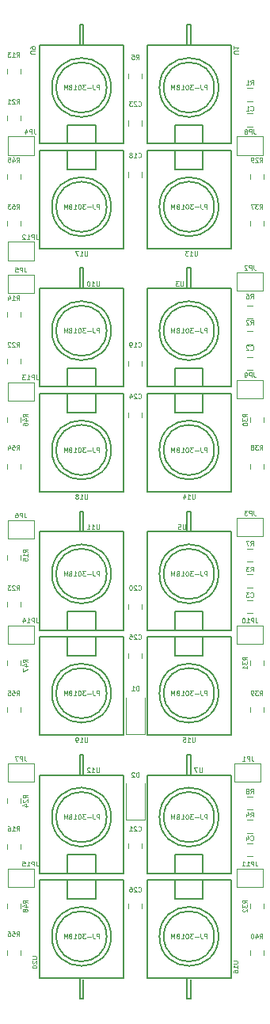
<source format=gbr>
G04 #@! TF.GenerationSoftware,KiCad,Pcbnew,(5.0.0-3-g5ebb6b6)*
G04 #@! TF.CreationDate,2019-01-01T15:12:14-08:00*
G04 #@! TF.ProjectId,BuffMult,427566664D756C742E6B696361645F70,rev?*
G04 #@! TF.SameCoordinates,Original*
G04 #@! TF.FileFunction,Legend,Bot*
G04 #@! TF.FilePolarity,Positive*
%FSLAX46Y46*%
G04 Gerber Fmt 4.6, Leading zero omitted, Abs format (unit mm)*
G04 Created by KiCad (PCBNEW (5.0.0-3-g5ebb6b6)) date Tuesday, January 01, 2019 at 03:12:14 PM*
%MOMM*%
%LPD*%
G01*
G04 APERTURE LIST*
%ADD10C,0.120000*%
%ADD11C,0.127000*%
G04 APERTURE END LIST*
D10*
G04 #@! TO.C,JP4*
X99350000Y-70000000D02*
X99350000Y-72000000D01*
X102150000Y-70000000D02*
X99350000Y-70000000D01*
X102150000Y-72000000D02*
X102150000Y-70000000D01*
X99350000Y-72000000D02*
X102150000Y-72000000D01*
G04 #@! TO.C,R8*
X125508578Y-140540000D02*
X124991422Y-140540000D01*
X125508578Y-141960000D02*
X124991422Y-141960000D01*
G04 #@! TO.C,D1*
X114000000Y-133850000D02*
X112000000Y-133850000D01*
X112000000Y-133850000D02*
X112000000Y-129950000D01*
X114000000Y-133850000D02*
X114000000Y-129950000D01*
G04 #@! TO.C,R32*
X125290000Y-151991422D02*
X125290000Y-152508578D01*
X126710000Y-151991422D02*
X126710000Y-152508578D01*
G04 #@! TO.C,R40*
X125290000Y-156991422D02*
X125290000Y-157508578D01*
X126710000Y-156991422D02*
X126710000Y-157508578D01*
G04 #@! TO.C,JP11*
X123850000Y-150250000D02*
X126650000Y-150250000D01*
X126650000Y-150250000D02*
X126650000Y-148250000D01*
X126650000Y-148250000D02*
X123850000Y-148250000D01*
X123850000Y-148250000D02*
X123850000Y-150250000D01*
G04 #@! TO.C,C1*
X124991422Y-68960000D02*
X125508578Y-68960000D01*
X124991422Y-67540000D02*
X125508578Y-67540000D01*
G04 #@! TO.C,C2*
X125508578Y-93540000D02*
X124991422Y-93540000D01*
X125508578Y-94960000D02*
X124991422Y-94960000D01*
G04 #@! TO.C,C3*
X125508578Y-119540000D02*
X124991422Y-119540000D01*
X125508578Y-120960000D02*
X124991422Y-120960000D01*
G04 #@! TO.C,D2*
X114000000Y-143000000D02*
X114000000Y-139100000D01*
X112000000Y-143000000D02*
X112000000Y-139100000D01*
X114000000Y-143000000D02*
X112000000Y-143000000D01*
G04 #@! TO.C,R1*
X125508578Y-64790000D02*
X124991422Y-64790000D01*
X125508578Y-66210000D02*
X124991422Y-66210000D01*
G04 #@! TO.C,R2*
X125508578Y-90790000D02*
X124991422Y-90790000D01*
X125508578Y-92210000D02*
X124991422Y-92210000D01*
G04 #@! TO.C,R3*
X125508578Y-116790000D02*
X124991422Y-116790000D01*
X125508578Y-118210000D02*
X124991422Y-118210000D01*
G04 #@! TO.C,R5*
X112290000Y-63758578D02*
X112290000Y-63241422D01*
X113710000Y-63758578D02*
X113710000Y-63241422D01*
G04 #@! TO.C,R6*
X125508578Y-89460000D02*
X124991422Y-89460000D01*
X125508578Y-88040000D02*
X124991422Y-88040000D01*
G04 #@! TO.C,R7*
X125508578Y-115460000D02*
X124991422Y-115460000D01*
X125508578Y-114040000D02*
X124991422Y-114040000D01*
G04 #@! TO.C,R13*
X100710000Y-62741422D02*
X100710000Y-63258578D01*
X99290000Y-62741422D02*
X99290000Y-63258578D01*
G04 #@! TO.C,R14*
X99290000Y-88741422D02*
X99290000Y-89258578D01*
X100710000Y-88741422D02*
X100710000Y-89258578D01*
G04 #@! TO.C,R15*
X99290000Y-114741422D02*
X99290000Y-115258578D01*
X100710000Y-114741422D02*
X100710000Y-115258578D01*
G04 #@! TO.C,R21*
X100710000Y-67741422D02*
X100710000Y-68258578D01*
X99290000Y-67741422D02*
X99290000Y-68258578D01*
G04 #@! TO.C,R22*
X100710000Y-93741422D02*
X100710000Y-94258578D01*
X99290000Y-93741422D02*
X99290000Y-94258578D01*
G04 #@! TO.C,R23*
X100710000Y-119741422D02*
X100710000Y-120258578D01*
X99290000Y-119741422D02*
X99290000Y-120258578D01*
G04 #@! TO.C,R29*
X126710000Y-73991422D02*
X126710000Y-74508578D01*
X125290000Y-73991422D02*
X125290000Y-74508578D01*
G04 #@! TO.C,R30*
X126710000Y-99991422D02*
X126710000Y-100508578D01*
X125290000Y-99991422D02*
X125290000Y-100508578D01*
G04 #@! TO.C,R31*
X126710000Y-125991422D02*
X126710000Y-126508578D01*
X125290000Y-125991422D02*
X125290000Y-126508578D01*
G04 #@! TO.C,R37*
X125290000Y-78991422D02*
X125290000Y-79508578D01*
X126710000Y-78991422D02*
X126710000Y-79508578D01*
G04 #@! TO.C,R38*
X125290000Y-104991422D02*
X125290000Y-105508578D01*
X126710000Y-104991422D02*
X126710000Y-105508578D01*
G04 #@! TO.C,R39*
X125290000Y-130991422D02*
X125290000Y-131508578D01*
X126710000Y-130991422D02*
X126710000Y-131508578D01*
G04 #@! TO.C,R45*
X99290000Y-73991422D02*
X99290000Y-74508578D01*
X100710000Y-73991422D02*
X100710000Y-74508578D01*
G04 #@! TO.C,R46*
X99290000Y-99991422D02*
X99290000Y-100508578D01*
X100710000Y-99991422D02*
X100710000Y-100508578D01*
G04 #@! TO.C,R47*
X99290000Y-125991422D02*
X99290000Y-126508578D01*
X100710000Y-125991422D02*
X100710000Y-126508578D01*
G04 #@! TO.C,R53*
X100710000Y-78991422D02*
X100710000Y-79508578D01*
X99290000Y-78991422D02*
X99290000Y-79508578D01*
G04 #@! TO.C,R54*
X100710000Y-104991422D02*
X100710000Y-105508578D01*
X99290000Y-104991422D02*
X99290000Y-105508578D01*
G04 #@! TO.C,R55*
X100710000Y-130991422D02*
X100710000Y-131508578D01*
X99290000Y-130991422D02*
X99290000Y-131508578D01*
D11*
G04 #@! TO.C,U1*
X114250000Y-70750000D02*
X117250000Y-70750000D01*
X117250000Y-70750000D02*
X120250000Y-70750000D01*
X120250000Y-70750000D02*
X123250000Y-70750000D01*
X114250000Y-70750000D02*
X114250000Y-60250000D01*
X114250000Y-60250000D02*
X118950000Y-60250000D01*
X118950000Y-60250000D02*
X123250000Y-60250000D01*
X123250000Y-60250000D02*
X123250000Y-70750000D01*
X121912280Y-64750000D02*
G75*
G03X121912280Y-64750000I-3162280J0D01*
G01*
X117250000Y-70750000D02*
X117250000Y-68750000D01*
X117250000Y-68750000D02*
X120250000Y-68750000D01*
X120250000Y-68750000D02*
X120250000Y-70750000D01*
X121440720Y-64750000D02*
G75*
G03X121440720Y-64750000I-2690720J0D01*
G01*
X118550000Y-60150000D02*
X118550000Y-58050000D01*
X118550000Y-58050000D02*
X118950000Y-58050000D01*
X118950000Y-58050000D02*
X118950000Y-60250000D01*
D10*
G04 #@! TO.C,C18*
X112290000Y-73803922D02*
X112290000Y-74321078D01*
X113710000Y-73803922D02*
X113710000Y-74321078D01*
G04 #@! TO.C,C23*
X113710000Y-68303922D02*
X113710000Y-68821078D01*
X112290000Y-68303922D02*
X112290000Y-68821078D01*
G04 #@! TO.C,C4*
X125508578Y-145540000D02*
X124991422Y-145540000D01*
X125508578Y-146960000D02*
X124991422Y-146960000D01*
G04 #@! TO.C,R4*
X125508578Y-144460000D02*
X124991422Y-144460000D01*
X125508578Y-143040000D02*
X124991422Y-143040000D01*
G04 #@! TO.C,R16*
X99290000Y-146196078D02*
X99290000Y-145678922D01*
X100710000Y-146196078D02*
X100710000Y-145678922D01*
G04 #@! TO.C,R24*
X99290000Y-141258578D02*
X99290000Y-140741422D01*
X100710000Y-141258578D02*
X100710000Y-140741422D01*
G04 #@! TO.C,R48*
X100710000Y-151991422D02*
X100710000Y-152508578D01*
X99290000Y-151991422D02*
X99290000Y-152508578D01*
G04 #@! TO.C,R56*
X100710000Y-156991422D02*
X100710000Y-157508578D01*
X99290000Y-156991422D02*
X99290000Y-157508578D01*
G04 #@! TO.C,JP1*
X123625000Y-139000000D02*
X126425000Y-139000000D01*
X126425000Y-139000000D02*
X126425000Y-137000000D01*
X126425000Y-137000000D02*
X123625000Y-137000000D01*
X123625000Y-137000000D02*
X123625000Y-139000000D01*
G04 #@! TO.C,JP2*
X123850000Y-86500000D02*
X126650000Y-86500000D01*
X126650000Y-86500000D02*
X126650000Y-84500000D01*
X126650000Y-84500000D02*
X123850000Y-84500000D01*
X123850000Y-84500000D02*
X123850000Y-86500000D01*
G04 #@! TO.C,JP3*
X123850000Y-110750000D02*
X123850000Y-112750000D01*
X126650000Y-110750000D02*
X123850000Y-110750000D01*
X126650000Y-112750000D02*
X126650000Y-110750000D01*
X123850000Y-112750000D02*
X126650000Y-112750000D01*
G04 #@! TO.C,JP6*
X99350000Y-113000000D02*
X102150000Y-113000000D01*
X102150000Y-113000000D02*
X102150000Y-111000000D01*
X102150000Y-111000000D02*
X99350000Y-111000000D01*
X99350000Y-111000000D02*
X99350000Y-113000000D01*
G04 #@! TO.C,JP7*
X99350000Y-137000000D02*
X99350000Y-139000000D01*
X102150000Y-137000000D02*
X99350000Y-137000000D01*
X102150000Y-139000000D02*
X102150000Y-137000000D01*
X99350000Y-139000000D02*
X102150000Y-139000000D01*
G04 #@! TO.C,JP8*
X123850000Y-72000000D02*
X126650000Y-72000000D01*
X126650000Y-72000000D02*
X126650000Y-70000000D01*
X126650000Y-70000000D02*
X123850000Y-70000000D01*
X123850000Y-70000000D02*
X123850000Y-72000000D01*
G04 #@! TO.C,JP9*
X123850000Y-98000000D02*
X126650000Y-98000000D01*
X126650000Y-98000000D02*
X126650000Y-96000000D01*
X126650000Y-96000000D02*
X123850000Y-96000000D01*
X123850000Y-96000000D02*
X123850000Y-98000000D01*
G04 #@! TO.C,JP10*
X123850000Y-122250000D02*
X123850000Y-124250000D01*
X126650000Y-122250000D02*
X123850000Y-122250000D01*
X126650000Y-124250000D02*
X126650000Y-122250000D01*
X123850000Y-124250000D02*
X126650000Y-124250000D01*
G04 #@! TO.C,JP12*
X99350000Y-81250000D02*
X99350000Y-83250000D01*
X102150000Y-81250000D02*
X99350000Y-81250000D01*
X102150000Y-83250000D02*
X102150000Y-81250000D01*
X99350000Y-83250000D02*
X102150000Y-83250000D01*
G04 #@! TO.C,JP13*
X99375000Y-96250000D02*
X99375000Y-98250000D01*
X102175000Y-96250000D02*
X99375000Y-96250000D01*
X102175000Y-98250000D02*
X102175000Y-96250000D01*
X99375000Y-98250000D02*
X102175000Y-98250000D01*
G04 #@! TO.C,JP14*
X99350000Y-124250000D02*
X102150000Y-124250000D01*
X102150000Y-124250000D02*
X102150000Y-122250000D01*
X102150000Y-122250000D02*
X99350000Y-122250000D01*
X99350000Y-122250000D02*
X99350000Y-124250000D01*
G04 #@! TO.C,JP15*
X99350000Y-148250000D02*
X99350000Y-150250000D01*
X102150000Y-148250000D02*
X99350000Y-148250000D01*
X102150000Y-150250000D02*
X102150000Y-148250000D01*
X99350000Y-150250000D02*
X102150000Y-150250000D01*
D11*
G04 #@! TO.C,U9*
X102750000Y-70750000D02*
X105750000Y-70750000D01*
X105750000Y-70750000D02*
X108750000Y-70750000D01*
X108750000Y-70750000D02*
X111750000Y-70750000D01*
X102750000Y-70750000D02*
X102750000Y-60250000D01*
X102750000Y-60250000D02*
X107450000Y-60250000D01*
X107450000Y-60250000D02*
X111750000Y-60250000D01*
X111750000Y-60250000D02*
X111750000Y-70750000D01*
X110412280Y-64750000D02*
G75*
G03X110412280Y-64750000I-3162280J0D01*
G01*
X105750000Y-70750000D02*
X105750000Y-68750000D01*
X105750000Y-68750000D02*
X108750000Y-68750000D01*
X108750000Y-68750000D02*
X108750000Y-70750000D01*
X109940720Y-64750000D02*
G75*
G03X109940720Y-64750000I-2690720J0D01*
G01*
X107050000Y-60150000D02*
X107050000Y-58050000D01*
X107050000Y-58050000D02*
X107450000Y-58050000D01*
X107450000Y-58050000D02*
X107450000Y-60250000D01*
G04 #@! TO.C,U13*
X123250000Y-71500000D02*
X120250000Y-71500000D01*
X120250000Y-71500000D02*
X117250000Y-71500000D01*
X117250000Y-71500000D02*
X114250000Y-71500000D01*
X123250000Y-71500000D02*
X123250000Y-82000000D01*
X123250000Y-82000000D02*
X118550000Y-82000000D01*
X118550000Y-82000000D02*
X114250000Y-82000000D01*
X114250000Y-82000000D02*
X114250000Y-71500000D01*
X121912280Y-77500000D02*
G75*
G03X121912280Y-77500000I-3162280J0D01*
G01*
X120250000Y-71500000D02*
X120250000Y-73500000D01*
X120250000Y-73500000D02*
X117250000Y-73500000D01*
X117250000Y-73500000D02*
X117250000Y-71500000D01*
X121440720Y-77500000D02*
G75*
G03X121440720Y-77500000I-2690720J0D01*
G01*
G04 #@! TO.C,U17*
X109940720Y-77500000D02*
G75*
G03X109940720Y-77500000I-2690720J0D01*
G01*
X105750000Y-73500000D02*
X105750000Y-71500000D01*
X108750000Y-73500000D02*
X105750000Y-73500000D01*
X108750000Y-71500000D02*
X108750000Y-73500000D01*
X110412280Y-77500000D02*
G75*
G03X110412280Y-77500000I-3162280J0D01*
G01*
X102750000Y-82000000D02*
X102750000Y-71500000D01*
X107050000Y-82000000D02*
X102750000Y-82000000D01*
X111750000Y-82000000D02*
X107050000Y-82000000D01*
X111750000Y-71500000D02*
X111750000Y-82000000D01*
X105750000Y-71500000D02*
X102750000Y-71500000D01*
X108750000Y-71500000D02*
X105750000Y-71500000D01*
X111750000Y-71500000D02*
X108750000Y-71500000D01*
G04 #@! TO.C,U3*
X114250000Y-96750000D02*
X117250000Y-96750000D01*
X117250000Y-96750000D02*
X120250000Y-96750000D01*
X120250000Y-96750000D02*
X123250000Y-96750000D01*
X114250000Y-96750000D02*
X114250000Y-86250000D01*
X114250000Y-86250000D02*
X118950000Y-86250000D01*
X118950000Y-86250000D02*
X123250000Y-86250000D01*
X123250000Y-86250000D02*
X123250000Y-96750000D01*
X121912280Y-90750000D02*
G75*
G03X121912280Y-90750000I-3162280J0D01*
G01*
X117250000Y-96750000D02*
X117250000Y-94750000D01*
X117250000Y-94750000D02*
X120250000Y-94750000D01*
X120250000Y-94750000D02*
X120250000Y-96750000D01*
X121440720Y-90750000D02*
G75*
G03X121440720Y-90750000I-2690720J0D01*
G01*
X118550000Y-86150000D02*
X118550000Y-84050000D01*
X118550000Y-84050000D02*
X118950000Y-84050000D01*
X118950000Y-84050000D02*
X118950000Y-86250000D01*
G04 #@! TO.C,U10*
X107450000Y-84050000D02*
X107450000Y-86250000D01*
X107050000Y-84050000D02*
X107450000Y-84050000D01*
X107050000Y-86150000D02*
X107050000Y-84050000D01*
X109940720Y-90750000D02*
G75*
G03X109940720Y-90750000I-2690720J0D01*
G01*
X108750000Y-94750000D02*
X108750000Y-96750000D01*
X105750000Y-94750000D02*
X108750000Y-94750000D01*
X105750000Y-96750000D02*
X105750000Y-94750000D01*
X110412280Y-90750000D02*
G75*
G03X110412280Y-90750000I-3162280J0D01*
G01*
X111750000Y-86250000D02*
X111750000Y-96750000D01*
X107450000Y-86250000D02*
X111750000Y-86250000D01*
X102750000Y-86250000D02*
X107450000Y-86250000D01*
X102750000Y-96750000D02*
X102750000Y-86250000D01*
X108750000Y-96750000D02*
X111750000Y-96750000D01*
X105750000Y-96750000D02*
X108750000Y-96750000D01*
X102750000Y-96750000D02*
X105750000Y-96750000D01*
G04 #@! TO.C,U14*
X121440720Y-103500000D02*
G75*
G03X121440720Y-103500000I-2690720J0D01*
G01*
X117250000Y-99500000D02*
X117250000Y-97500000D01*
X120250000Y-99500000D02*
X117250000Y-99500000D01*
X120250000Y-97500000D02*
X120250000Y-99500000D01*
X121912280Y-103500000D02*
G75*
G03X121912280Y-103500000I-3162280J0D01*
G01*
X114250000Y-108000000D02*
X114250000Y-97500000D01*
X118550000Y-108000000D02*
X114250000Y-108000000D01*
X123250000Y-108000000D02*
X118550000Y-108000000D01*
X123250000Y-97500000D02*
X123250000Y-108000000D01*
X117250000Y-97500000D02*
X114250000Y-97500000D01*
X120250000Y-97500000D02*
X117250000Y-97500000D01*
X123250000Y-97500000D02*
X120250000Y-97500000D01*
G04 #@! TO.C,U18*
X111750000Y-97500000D02*
X108750000Y-97500000D01*
X108750000Y-97500000D02*
X105750000Y-97500000D01*
X105750000Y-97500000D02*
X102750000Y-97500000D01*
X111750000Y-97500000D02*
X111750000Y-108000000D01*
X111750000Y-108000000D02*
X107050000Y-108000000D01*
X107050000Y-108000000D02*
X102750000Y-108000000D01*
X102750000Y-108000000D02*
X102750000Y-97500000D01*
X110412280Y-103500000D02*
G75*
G03X110412280Y-103500000I-3162280J0D01*
G01*
X108750000Y-97500000D02*
X108750000Y-99500000D01*
X108750000Y-99500000D02*
X105750000Y-99500000D01*
X105750000Y-99500000D02*
X105750000Y-97500000D01*
X109940720Y-103500000D02*
G75*
G03X109940720Y-103500000I-2690720J0D01*
G01*
G04 #@! TO.C,U5*
X118950000Y-110050000D02*
X118950000Y-112250000D01*
X118550000Y-110050000D02*
X118950000Y-110050000D01*
X118550000Y-112150000D02*
X118550000Y-110050000D01*
X121440720Y-116750000D02*
G75*
G03X121440720Y-116750000I-2690720J0D01*
G01*
X120250000Y-120750000D02*
X120250000Y-122750000D01*
X117250000Y-120750000D02*
X120250000Y-120750000D01*
X117250000Y-122750000D02*
X117250000Y-120750000D01*
X121912280Y-116750000D02*
G75*
G03X121912280Y-116750000I-3162280J0D01*
G01*
X123250000Y-112250000D02*
X123250000Y-122750000D01*
X118950000Y-112250000D02*
X123250000Y-112250000D01*
X114250000Y-112250000D02*
X118950000Y-112250000D01*
X114250000Y-122750000D02*
X114250000Y-112250000D01*
X120250000Y-122750000D02*
X123250000Y-122750000D01*
X117250000Y-122750000D02*
X120250000Y-122750000D01*
X114250000Y-122750000D02*
X117250000Y-122750000D01*
G04 #@! TO.C,U11*
X102750000Y-122750000D02*
X105750000Y-122750000D01*
X105750000Y-122750000D02*
X108750000Y-122750000D01*
X108750000Y-122750000D02*
X111750000Y-122750000D01*
X102750000Y-122750000D02*
X102750000Y-112250000D01*
X102750000Y-112250000D02*
X107450000Y-112250000D01*
X107450000Y-112250000D02*
X111750000Y-112250000D01*
X111750000Y-112250000D02*
X111750000Y-122750000D01*
X110412280Y-116750000D02*
G75*
G03X110412280Y-116750000I-3162280J0D01*
G01*
X105750000Y-122750000D02*
X105750000Y-120750000D01*
X105750000Y-120750000D02*
X108750000Y-120750000D01*
X108750000Y-120750000D02*
X108750000Y-122750000D01*
X109940720Y-116750000D02*
G75*
G03X109940720Y-116750000I-2690720J0D01*
G01*
X107050000Y-112150000D02*
X107050000Y-110050000D01*
X107050000Y-110050000D02*
X107450000Y-110050000D01*
X107450000Y-110050000D02*
X107450000Y-112250000D01*
G04 #@! TO.C,U15*
X121440720Y-129500000D02*
G75*
G03X121440720Y-129500000I-2690720J0D01*
G01*
X117250000Y-125500000D02*
X117250000Y-123500000D01*
X120250000Y-125500000D02*
X117250000Y-125500000D01*
X120250000Y-123500000D02*
X120250000Y-125500000D01*
X121912280Y-129500000D02*
G75*
G03X121912280Y-129500000I-3162280J0D01*
G01*
X114250000Y-134000000D02*
X114250000Y-123500000D01*
X118550000Y-134000000D02*
X114250000Y-134000000D01*
X123250000Y-134000000D02*
X118550000Y-134000000D01*
X123250000Y-123500000D02*
X123250000Y-134000000D01*
X117250000Y-123500000D02*
X114250000Y-123500000D01*
X120250000Y-123500000D02*
X117250000Y-123500000D01*
X123250000Y-123500000D02*
X120250000Y-123500000D01*
G04 #@! TO.C,U19*
X111750000Y-123500000D02*
X108750000Y-123500000D01*
X108750000Y-123500000D02*
X105750000Y-123500000D01*
X105750000Y-123500000D02*
X102750000Y-123500000D01*
X111750000Y-123500000D02*
X111750000Y-134000000D01*
X111750000Y-134000000D02*
X107050000Y-134000000D01*
X107050000Y-134000000D02*
X102750000Y-134000000D01*
X102750000Y-134000000D02*
X102750000Y-123500000D01*
X110412280Y-129500000D02*
G75*
G03X110412280Y-129500000I-3162280J0D01*
G01*
X108750000Y-123500000D02*
X108750000Y-125500000D01*
X108750000Y-125500000D02*
X105750000Y-125500000D01*
X105750000Y-125500000D02*
X105750000Y-123500000D01*
X109940720Y-129500000D02*
G75*
G03X109940720Y-129500000I-2690720J0D01*
G01*
G04 #@! TO.C,U7*
X118950000Y-136050000D02*
X118950000Y-138250000D01*
X118550000Y-136050000D02*
X118950000Y-136050000D01*
X118550000Y-138150000D02*
X118550000Y-136050000D01*
X121440720Y-142750000D02*
G75*
G03X121440720Y-142750000I-2690720J0D01*
G01*
X120250000Y-146750000D02*
X120250000Y-148750000D01*
X117250000Y-146750000D02*
X120250000Y-146750000D01*
X117250000Y-148750000D02*
X117250000Y-146750000D01*
X121912280Y-142750000D02*
G75*
G03X121912280Y-142750000I-3162280J0D01*
G01*
X123250000Y-138250000D02*
X123250000Y-148750000D01*
X118950000Y-138250000D02*
X123250000Y-138250000D01*
X114250000Y-138250000D02*
X118950000Y-138250000D01*
X114250000Y-148750000D02*
X114250000Y-138250000D01*
X120250000Y-148750000D02*
X123250000Y-148750000D01*
X117250000Y-148750000D02*
X120250000Y-148750000D01*
X114250000Y-148750000D02*
X117250000Y-148750000D01*
G04 #@! TO.C,U12*
X107450000Y-136050000D02*
X107450000Y-138250000D01*
X107050000Y-136050000D02*
X107450000Y-136050000D01*
X107050000Y-138150000D02*
X107050000Y-136050000D01*
X109940720Y-142750000D02*
G75*
G03X109940720Y-142750000I-2690720J0D01*
G01*
X108750000Y-146750000D02*
X108750000Y-148750000D01*
X105750000Y-146750000D02*
X108750000Y-146750000D01*
X105750000Y-148750000D02*
X105750000Y-146750000D01*
X110412280Y-142750000D02*
G75*
G03X110412280Y-142750000I-3162280J0D01*
G01*
X111750000Y-138250000D02*
X111750000Y-148750000D01*
X107450000Y-138250000D02*
X111750000Y-138250000D01*
X102750000Y-138250000D02*
X107450000Y-138250000D01*
X102750000Y-148750000D02*
X102750000Y-138250000D01*
X108750000Y-148750000D02*
X111750000Y-148750000D01*
X105750000Y-148750000D02*
X108750000Y-148750000D01*
X102750000Y-148750000D02*
X105750000Y-148750000D01*
G04 #@! TO.C,U16*
X123250000Y-149500000D02*
X120250000Y-149500000D01*
X120250000Y-149500000D02*
X117250000Y-149500000D01*
X117250000Y-149500000D02*
X114250000Y-149500000D01*
X123250000Y-149500000D02*
X123250000Y-160000000D01*
X123250000Y-160000000D02*
X118550000Y-160000000D01*
X118550000Y-160000000D02*
X114250000Y-160000000D01*
X114250000Y-160000000D02*
X114250000Y-149500000D01*
X121912280Y-155500000D02*
G75*
G03X121912280Y-155500000I-3162280J0D01*
G01*
X120250000Y-149500000D02*
X120250000Y-151500000D01*
X120250000Y-151500000D02*
X117250000Y-151500000D01*
X117250000Y-151500000D02*
X117250000Y-149500000D01*
X121440720Y-155500000D02*
G75*
G03X121440720Y-155500000I-2690720J0D01*
G01*
X118950000Y-160100000D02*
X118950000Y-162200000D01*
X118950000Y-162200000D02*
X118550000Y-162200000D01*
X118550000Y-162200000D02*
X118550000Y-160000000D01*
G04 #@! TO.C,U20*
X107050000Y-162200000D02*
X107050000Y-160000000D01*
X107450000Y-162200000D02*
X107050000Y-162200000D01*
X107450000Y-160100000D02*
X107450000Y-162200000D01*
X109940720Y-155500000D02*
G75*
G03X109940720Y-155500000I-2690720J0D01*
G01*
X105750000Y-151500000D02*
X105750000Y-149500000D01*
X108750000Y-151500000D02*
X105750000Y-151500000D01*
X108750000Y-149500000D02*
X108750000Y-151500000D01*
X110412280Y-155500000D02*
G75*
G03X110412280Y-155500000I-3162280J0D01*
G01*
X102750000Y-160000000D02*
X102750000Y-149500000D01*
X107050000Y-160000000D02*
X102750000Y-160000000D01*
X111750000Y-160000000D02*
X107050000Y-160000000D01*
X111750000Y-149500000D02*
X111750000Y-160000000D01*
X105750000Y-149500000D02*
X102750000Y-149500000D01*
X108750000Y-149500000D02*
X105750000Y-149500000D01*
X111750000Y-149500000D02*
X108750000Y-149500000D01*
D10*
G04 #@! TO.C,C21*
X112290000Y-146071078D02*
X112290000Y-145553922D01*
X113710000Y-146071078D02*
X113710000Y-145553922D01*
G04 #@! TO.C,C26*
X113710000Y-152508578D02*
X113710000Y-151991422D01*
X112290000Y-152508578D02*
X112290000Y-151991422D01*
G04 #@! TO.C,C19*
X113710000Y-94508578D02*
X113710000Y-93991422D01*
X112290000Y-94508578D02*
X112290000Y-93991422D01*
G04 #@! TO.C,C20*
X113710000Y-120508578D02*
X113710000Y-119991422D01*
X112290000Y-120508578D02*
X112290000Y-119991422D01*
G04 #@! TO.C,C24*
X112290000Y-100008578D02*
X112290000Y-99491422D01*
X113710000Y-100008578D02*
X113710000Y-99491422D01*
G04 #@! TO.C,C25*
X112290000Y-125758578D02*
X112290000Y-125241422D01*
X113710000Y-125758578D02*
X113710000Y-125241422D01*
G04 #@! TO.C,JP5*
X99350000Y-84750000D02*
X99350000Y-86750000D01*
X102150000Y-84750000D02*
X99350000Y-84750000D01*
X102150000Y-86750000D02*
X102150000Y-84750000D01*
X99350000Y-86750000D02*
X102150000Y-86750000D01*
G04 #@! TO.C,JP4*
X102166666Y-69226190D02*
X102166666Y-69583333D01*
X102190476Y-69654761D01*
X102238095Y-69702380D01*
X102309523Y-69726190D01*
X102357142Y-69726190D01*
X101928571Y-69726190D02*
X101928571Y-69226190D01*
X101738095Y-69226190D01*
X101690476Y-69250000D01*
X101666666Y-69273809D01*
X101642857Y-69321428D01*
X101642857Y-69392857D01*
X101666666Y-69440476D01*
X101690476Y-69464285D01*
X101738095Y-69488095D01*
X101928571Y-69488095D01*
X101214285Y-69392857D02*
X101214285Y-69726190D01*
X101333333Y-69202380D02*
X101452380Y-69559523D01*
X101142857Y-69559523D01*
G04 #@! TO.C,R8*
X125333333Y-140226190D02*
X125500000Y-139988095D01*
X125619047Y-140226190D02*
X125619047Y-139726190D01*
X125428571Y-139726190D01*
X125380952Y-139750000D01*
X125357142Y-139773809D01*
X125333333Y-139821428D01*
X125333333Y-139892857D01*
X125357142Y-139940476D01*
X125380952Y-139964285D01*
X125428571Y-139988095D01*
X125619047Y-139988095D01*
X125047619Y-139940476D02*
X125095238Y-139916666D01*
X125119047Y-139892857D01*
X125142857Y-139845238D01*
X125142857Y-139821428D01*
X125119047Y-139773809D01*
X125095238Y-139750000D01*
X125047619Y-139726190D01*
X124952380Y-139726190D01*
X124904761Y-139750000D01*
X124880952Y-139773809D01*
X124857142Y-139821428D01*
X124857142Y-139845238D01*
X124880952Y-139892857D01*
X124904761Y-139916666D01*
X124952380Y-139940476D01*
X125047619Y-139940476D01*
X125095238Y-139964285D01*
X125119047Y-139988095D01*
X125142857Y-140035714D01*
X125142857Y-140130952D01*
X125119047Y-140178571D01*
X125095238Y-140202380D01*
X125047619Y-140226190D01*
X124952380Y-140226190D01*
X124904761Y-140202380D01*
X124880952Y-140178571D01*
X124857142Y-140130952D01*
X124857142Y-140035714D01*
X124880952Y-139988095D01*
X124904761Y-139964285D01*
X124952380Y-139940476D01*
G04 #@! TO.C,D1*
X113369047Y-129226190D02*
X113369047Y-128726190D01*
X113250000Y-128726190D01*
X113178571Y-128750000D01*
X113130952Y-128797619D01*
X113107142Y-128845238D01*
X113083333Y-128940476D01*
X113083333Y-129011904D01*
X113107142Y-129107142D01*
X113130952Y-129154761D01*
X113178571Y-129202380D01*
X113250000Y-129226190D01*
X113369047Y-129226190D01*
X112607142Y-129226190D02*
X112892857Y-129226190D01*
X112750000Y-129226190D02*
X112750000Y-128726190D01*
X112797619Y-128797619D01*
X112845238Y-128845238D01*
X112892857Y-128869047D01*
G04 #@! TO.C,R32*
X124976190Y-151928571D02*
X124738095Y-151761904D01*
X124976190Y-151642857D02*
X124476190Y-151642857D01*
X124476190Y-151833333D01*
X124500000Y-151880952D01*
X124523809Y-151904761D01*
X124571428Y-151928571D01*
X124642857Y-151928571D01*
X124690476Y-151904761D01*
X124714285Y-151880952D01*
X124738095Y-151833333D01*
X124738095Y-151642857D01*
X124476190Y-152095238D02*
X124476190Y-152404761D01*
X124666666Y-152238095D01*
X124666666Y-152309523D01*
X124690476Y-152357142D01*
X124714285Y-152380952D01*
X124761904Y-152404761D01*
X124880952Y-152404761D01*
X124928571Y-152380952D01*
X124952380Y-152357142D01*
X124976190Y-152309523D01*
X124976190Y-152166666D01*
X124952380Y-152119047D01*
X124928571Y-152095238D01*
X124523809Y-152595238D02*
X124500000Y-152619047D01*
X124476190Y-152666666D01*
X124476190Y-152785714D01*
X124500000Y-152833333D01*
X124523809Y-152857142D01*
X124571428Y-152880952D01*
X124619047Y-152880952D01*
X124690476Y-152857142D01*
X124976190Y-152571428D01*
X124976190Y-152880952D01*
G04 #@! TO.C,R40*
X126321428Y-155726190D02*
X126488095Y-155488095D01*
X126607142Y-155726190D02*
X126607142Y-155226190D01*
X126416666Y-155226190D01*
X126369047Y-155250000D01*
X126345238Y-155273809D01*
X126321428Y-155321428D01*
X126321428Y-155392857D01*
X126345238Y-155440476D01*
X126369047Y-155464285D01*
X126416666Y-155488095D01*
X126607142Y-155488095D01*
X125892857Y-155392857D02*
X125892857Y-155726190D01*
X126011904Y-155202380D02*
X126130952Y-155559523D01*
X125821428Y-155559523D01*
X125535714Y-155226190D02*
X125488095Y-155226190D01*
X125440476Y-155250000D01*
X125416666Y-155273809D01*
X125392857Y-155321428D01*
X125369047Y-155416666D01*
X125369047Y-155535714D01*
X125392857Y-155630952D01*
X125416666Y-155678571D01*
X125440476Y-155702380D01*
X125488095Y-155726190D01*
X125535714Y-155726190D01*
X125583333Y-155702380D01*
X125607142Y-155678571D01*
X125630952Y-155630952D01*
X125654761Y-155535714D01*
X125654761Y-155416666D01*
X125630952Y-155321428D01*
X125607142Y-155273809D01*
X125583333Y-155250000D01*
X125535714Y-155226190D01*
G04 #@! TO.C,JP11*
X125904761Y-147476190D02*
X125904761Y-147833333D01*
X125928571Y-147904761D01*
X125976190Y-147952380D01*
X126047619Y-147976190D01*
X126095238Y-147976190D01*
X125666666Y-147976190D02*
X125666666Y-147476190D01*
X125476190Y-147476190D01*
X125428571Y-147500000D01*
X125404761Y-147523809D01*
X125380952Y-147571428D01*
X125380952Y-147642857D01*
X125404761Y-147690476D01*
X125428571Y-147714285D01*
X125476190Y-147738095D01*
X125666666Y-147738095D01*
X124904761Y-147976190D02*
X125190476Y-147976190D01*
X125047619Y-147976190D02*
X125047619Y-147476190D01*
X125095238Y-147547619D01*
X125142857Y-147595238D01*
X125190476Y-147619047D01*
X124428571Y-147976190D02*
X124714285Y-147976190D01*
X124571428Y-147976190D02*
X124571428Y-147476190D01*
X124619047Y-147547619D01*
X124666666Y-147595238D01*
X124714285Y-147619047D01*
G04 #@! TO.C,C1*
X125333333Y-67178571D02*
X125357142Y-67202380D01*
X125428571Y-67226190D01*
X125476190Y-67226190D01*
X125547619Y-67202380D01*
X125595238Y-67154761D01*
X125619047Y-67107142D01*
X125642857Y-67011904D01*
X125642857Y-66940476D01*
X125619047Y-66845238D01*
X125595238Y-66797619D01*
X125547619Y-66750000D01*
X125476190Y-66726190D01*
X125428571Y-66726190D01*
X125357142Y-66750000D01*
X125333333Y-66773809D01*
X124857142Y-67226190D02*
X125142857Y-67226190D01*
X125000000Y-67226190D02*
X125000000Y-66726190D01*
X125047619Y-66797619D01*
X125095238Y-66845238D01*
X125142857Y-66869047D01*
G04 #@! TO.C,C2*
X125333333Y-92778571D02*
X125357142Y-92802380D01*
X125428571Y-92826190D01*
X125476190Y-92826190D01*
X125547619Y-92802380D01*
X125595238Y-92754761D01*
X125619047Y-92707142D01*
X125642857Y-92611904D01*
X125642857Y-92540476D01*
X125619047Y-92445238D01*
X125595238Y-92397619D01*
X125547619Y-92350000D01*
X125476190Y-92326190D01*
X125428571Y-92326190D01*
X125357142Y-92350000D01*
X125333333Y-92373809D01*
X125142857Y-92373809D02*
X125119047Y-92350000D01*
X125071428Y-92326190D01*
X124952380Y-92326190D01*
X124904761Y-92350000D01*
X124880952Y-92373809D01*
X124857142Y-92421428D01*
X124857142Y-92469047D01*
X124880952Y-92540476D01*
X125166666Y-92826190D01*
X124857142Y-92826190D01*
G04 #@! TO.C,C3*
X125333333Y-119178571D02*
X125357142Y-119202380D01*
X125428571Y-119226190D01*
X125476190Y-119226190D01*
X125547619Y-119202380D01*
X125595238Y-119154761D01*
X125619047Y-119107142D01*
X125642857Y-119011904D01*
X125642857Y-118940476D01*
X125619047Y-118845238D01*
X125595238Y-118797619D01*
X125547619Y-118750000D01*
X125476190Y-118726190D01*
X125428571Y-118726190D01*
X125357142Y-118750000D01*
X125333333Y-118773809D01*
X125166666Y-118726190D02*
X124857142Y-118726190D01*
X125023809Y-118916666D01*
X124952380Y-118916666D01*
X124904761Y-118940476D01*
X124880952Y-118964285D01*
X124857142Y-119011904D01*
X124857142Y-119130952D01*
X124880952Y-119178571D01*
X124904761Y-119202380D01*
X124952380Y-119226190D01*
X125095238Y-119226190D01*
X125142857Y-119202380D01*
X125166666Y-119178571D01*
G04 #@! TO.C,D2*
X113369047Y-138476190D02*
X113369047Y-137976190D01*
X113250000Y-137976190D01*
X113178571Y-138000000D01*
X113130952Y-138047619D01*
X113107142Y-138095238D01*
X113083333Y-138190476D01*
X113083333Y-138261904D01*
X113107142Y-138357142D01*
X113130952Y-138404761D01*
X113178571Y-138452380D01*
X113250000Y-138476190D01*
X113369047Y-138476190D01*
X112892857Y-138023809D02*
X112869047Y-138000000D01*
X112821428Y-137976190D01*
X112702380Y-137976190D01*
X112654761Y-138000000D01*
X112630952Y-138023809D01*
X112607142Y-138071428D01*
X112607142Y-138119047D01*
X112630952Y-138190476D01*
X112916666Y-138476190D01*
X112607142Y-138476190D01*
G04 #@! TO.C,R1*
X125333333Y-64476190D02*
X125500000Y-64238095D01*
X125619047Y-64476190D02*
X125619047Y-63976190D01*
X125428571Y-63976190D01*
X125380952Y-64000000D01*
X125357142Y-64023809D01*
X125333333Y-64071428D01*
X125333333Y-64142857D01*
X125357142Y-64190476D01*
X125380952Y-64214285D01*
X125428571Y-64238095D01*
X125619047Y-64238095D01*
X124857142Y-64476190D02*
X125142857Y-64476190D01*
X125000000Y-64476190D02*
X125000000Y-63976190D01*
X125047619Y-64047619D01*
X125095238Y-64095238D01*
X125142857Y-64119047D01*
G04 #@! TO.C,R2*
X125333333Y-90076190D02*
X125500000Y-89838095D01*
X125619047Y-90076190D02*
X125619047Y-89576190D01*
X125428571Y-89576190D01*
X125380952Y-89600000D01*
X125357142Y-89623809D01*
X125333333Y-89671428D01*
X125333333Y-89742857D01*
X125357142Y-89790476D01*
X125380952Y-89814285D01*
X125428571Y-89838095D01*
X125619047Y-89838095D01*
X125142857Y-89623809D02*
X125119047Y-89600000D01*
X125071428Y-89576190D01*
X124952380Y-89576190D01*
X124904761Y-89600000D01*
X124880952Y-89623809D01*
X124857142Y-89671428D01*
X124857142Y-89719047D01*
X124880952Y-89790476D01*
X125166666Y-90076190D01*
X124857142Y-90076190D01*
G04 #@! TO.C,R3*
X125333333Y-116476190D02*
X125500000Y-116238095D01*
X125619047Y-116476190D02*
X125619047Y-115976190D01*
X125428571Y-115976190D01*
X125380952Y-116000000D01*
X125357142Y-116023809D01*
X125333333Y-116071428D01*
X125333333Y-116142857D01*
X125357142Y-116190476D01*
X125380952Y-116214285D01*
X125428571Y-116238095D01*
X125619047Y-116238095D01*
X125166666Y-115976190D02*
X124857142Y-115976190D01*
X125023809Y-116166666D01*
X124952380Y-116166666D01*
X124904761Y-116190476D01*
X124880952Y-116214285D01*
X124857142Y-116261904D01*
X124857142Y-116380952D01*
X124880952Y-116428571D01*
X124904761Y-116452380D01*
X124952380Y-116476190D01*
X125095238Y-116476190D01*
X125142857Y-116452380D01*
X125166666Y-116428571D01*
G04 #@! TO.C,R5*
X113083333Y-61726190D02*
X113250000Y-61488095D01*
X113369047Y-61726190D02*
X113369047Y-61226190D01*
X113178571Y-61226190D01*
X113130952Y-61250000D01*
X113107142Y-61273809D01*
X113083333Y-61321428D01*
X113083333Y-61392857D01*
X113107142Y-61440476D01*
X113130952Y-61464285D01*
X113178571Y-61488095D01*
X113369047Y-61488095D01*
X112630952Y-61226190D02*
X112869047Y-61226190D01*
X112892857Y-61464285D01*
X112869047Y-61440476D01*
X112821428Y-61416666D01*
X112702380Y-61416666D01*
X112654761Y-61440476D01*
X112630952Y-61464285D01*
X112607142Y-61511904D01*
X112607142Y-61630952D01*
X112630952Y-61678571D01*
X112654761Y-61702380D01*
X112702380Y-61726190D01*
X112821428Y-61726190D01*
X112869047Y-61702380D01*
X112892857Y-61678571D01*
G04 #@! TO.C,R6*
X125333333Y-87326190D02*
X125500000Y-87088095D01*
X125619047Y-87326190D02*
X125619047Y-86826190D01*
X125428571Y-86826190D01*
X125380952Y-86850000D01*
X125357142Y-86873809D01*
X125333333Y-86921428D01*
X125333333Y-86992857D01*
X125357142Y-87040476D01*
X125380952Y-87064285D01*
X125428571Y-87088095D01*
X125619047Y-87088095D01*
X124904761Y-86826190D02*
X125000000Y-86826190D01*
X125047619Y-86850000D01*
X125071428Y-86873809D01*
X125119047Y-86945238D01*
X125142857Y-87040476D01*
X125142857Y-87230952D01*
X125119047Y-87278571D01*
X125095238Y-87302380D01*
X125047619Y-87326190D01*
X124952380Y-87326190D01*
X124904761Y-87302380D01*
X124880952Y-87278571D01*
X124857142Y-87230952D01*
X124857142Y-87111904D01*
X124880952Y-87064285D01*
X124904761Y-87040476D01*
X124952380Y-87016666D01*
X125047619Y-87016666D01*
X125095238Y-87040476D01*
X125119047Y-87064285D01*
X125142857Y-87111904D01*
G04 #@! TO.C,R7*
X125333333Y-113726190D02*
X125500000Y-113488095D01*
X125619047Y-113726190D02*
X125619047Y-113226190D01*
X125428571Y-113226190D01*
X125380952Y-113250000D01*
X125357142Y-113273809D01*
X125333333Y-113321428D01*
X125333333Y-113392857D01*
X125357142Y-113440476D01*
X125380952Y-113464285D01*
X125428571Y-113488095D01*
X125619047Y-113488095D01*
X125166666Y-113226190D02*
X124833333Y-113226190D01*
X125047619Y-113726190D01*
G04 #@! TO.C,R13*
X100321428Y-61476190D02*
X100488095Y-61238095D01*
X100607142Y-61476190D02*
X100607142Y-60976190D01*
X100416666Y-60976190D01*
X100369047Y-61000000D01*
X100345238Y-61023809D01*
X100321428Y-61071428D01*
X100321428Y-61142857D01*
X100345238Y-61190476D01*
X100369047Y-61214285D01*
X100416666Y-61238095D01*
X100607142Y-61238095D01*
X99845238Y-61476190D02*
X100130952Y-61476190D01*
X99988095Y-61476190D02*
X99988095Y-60976190D01*
X100035714Y-61047619D01*
X100083333Y-61095238D01*
X100130952Y-61119047D01*
X99678571Y-60976190D02*
X99369047Y-60976190D01*
X99535714Y-61166666D01*
X99464285Y-61166666D01*
X99416666Y-61190476D01*
X99392857Y-61214285D01*
X99369047Y-61261904D01*
X99369047Y-61380952D01*
X99392857Y-61428571D01*
X99416666Y-61452380D01*
X99464285Y-61476190D01*
X99607142Y-61476190D01*
X99654761Y-61452380D01*
X99678571Y-61428571D01*
G04 #@! TO.C,R14*
X100321428Y-87476190D02*
X100488095Y-87238095D01*
X100607142Y-87476190D02*
X100607142Y-86976190D01*
X100416666Y-86976190D01*
X100369047Y-87000000D01*
X100345238Y-87023809D01*
X100321428Y-87071428D01*
X100321428Y-87142857D01*
X100345238Y-87190476D01*
X100369047Y-87214285D01*
X100416666Y-87238095D01*
X100607142Y-87238095D01*
X99845238Y-87476190D02*
X100130952Y-87476190D01*
X99988095Y-87476190D02*
X99988095Y-86976190D01*
X100035714Y-87047619D01*
X100083333Y-87095238D01*
X100130952Y-87119047D01*
X99416666Y-87142857D02*
X99416666Y-87476190D01*
X99535714Y-86952380D02*
X99654761Y-87309523D01*
X99345238Y-87309523D01*
G04 #@! TO.C,R15*
X101476190Y-114428571D02*
X101238095Y-114261904D01*
X101476190Y-114142857D02*
X100976190Y-114142857D01*
X100976190Y-114333333D01*
X101000000Y-114380952D01*
X101023809Y-114404761D01*
X101071428Y-114428571D01*
X101142857Y-114428571D01*
X101190476Y-114404761D01*
X101214285Y-114380952D01*
X101238095Y-114333333D01*
X101238095Y-114142857D01*
X101476190Y-114904761D02*
X101476190Y-114619047D01*
X101476190Y-114761904D02*
X100976190Y-114761904D01*
X101047619Y-114714285D01*
X101095238Y-114666666D01*
X101119047Y-114619047D01*
X100976190Y-115357142D02*
X100976190Y-115119047D01*
X101214285Y-115095238D01*
X101190476Y-115119047D01*
X101166666Y-115166666D01*
X101166666Y-115285714D01*
X101190476Y-115333333D01*
X101214285Y-115357142D01*
X101261904Y-115380952D01*
X101380952Y-115380952D01*
X101428571Y-115357142D01*
X101452380Y-115333333D01*
X101476190Y-115285714D01*
X101476190Y-115166666D01*
X101452380Y-115119047D01*
X101428571Y-115095238D01*
G04 #@! TO.C,R21*
X100321428Y-66476190D02*
X100488095Y-66238095D01*
X100607142Y-66476190D02*
X100607142Y-65976190D01*
X100416666Y-65976190D01*
X100369047Y-66000000D01*
X100345238Y-66023809D01*
X100321428Y-66071428D01*
X100321428Y-66142857D01*
X100345238Y-66190476D01*
X100369047Y-66214285D01*
X100416666Y-66238095D01*
X100607142Y-66238095D01*
X100130952Y-66023809D02*
X100107142Y-66000000D01*
X100059523Y-65976190D01*
X99940476Y-65976190D01*
X99892857Y-66000000D01*
X99869047Y-66023809D01*
X99845238Y-66071428D01*
X99845238Y-66119047D01*
X99869047Y-66190476D01*
X100154761Y-66476190D01*
X99845238Y-66476190D01*
X99369047Y-66476190D02*
X99654761Y-66476190D01*
X99511904Y-66476190D02*
X99511904Y-65976190D01*
X99559523Y-66047619D01*
X99607142Y-66095238D01*
X99654761Y-66119047D01*
G04 #@! TO.C,R22*
X100321428Y-92476190D02*
X100488095Y-92238095D01*
X100607142Y-92476190D02*
X100607142Y-91976190D01*
X100416666Y-91976190D01*
X100369047Y-92000000D01*
X100345238Y-92023809D01*
X100321428Y-92071428D01*
X100321428Y-92142857D01*
X100345238Y-92190476D01*
X100369047Y-92214285D01*
X100416666Y-92238095D01*
X100607142Y-92238095D01*
X100130952Y-92023809D02*
X100107142Y-92000000D01*
X100059523Y-91976190D01*
X99940476Y-91976190D01*
X99892857Y-92000000D01*
X99869047Y-92023809D01*
X99845238Y-92071428D01*
X99845238Y-92119047D01*
X99869047Y-92190476D01*
X100154761Y-92476190D01*
X99845238Y-92476190D01*
X99654761Y-92023809D02*
X99630952Y-92000000D01*
X99583333Y-91976190D01*
X99464285Y-91976190D01*
X99416666Y-92000000D01*
X99392857Y-92023809D01*
X99369047Y-92071428D01*
X99369047Y-92119047D01*
X99392857Y-92190476D01*
X99678571Y-92476190D01*
X99369047Y-92476190D01*
G04 #@! TO.C,R23*
X100321428Y-118476190D02*
X100488095Y-118238095D01*
X100607142Y-118476190D02*
X100607142Y-117976190D01*
X100416666Y-117976190D01*
X100369047Y-118000000D01*
X100345238Y-118023809D01*
X100321428Y-118071428D01*
X100321428Y-118142857D01*
X100345238Y-118190476D01*
X100369047Y-118214285D01*
X100416666Y-118238095D01*
X100607142Y-118238095D01*
X100130952Y-118023809D02*
X100107142Y-118000000D01*
X100059523Y-117976190D01*
X99940476Y-117976190D01*
X99892857Y-118000000D01*
X99869047Y-118023809D01*
X99845238Y-118071428D01*
X99845238Y-118119047D01*
X99869047Y-118190476D01*
X100154761Y-118476190D01*
X99845238Y-118476190D01*
X99678571Y-117976190D02*
X99369047Y-117976190D01*
X99535714Y-118166666D01*
X99464285Y-118166666D01*
X99416666Y-118190476D01*
X99392857Y-118214285D01*
X99369047Y-118261904D01*
X99369047Y-118380952D01*
X99392857Y-118428571D01*
X99416666Y-118452380D01*
X99464285Y-118476190D01*
X99607142Y-118476190D01*
X99654761Y-118452380D01*
X99678571Y-118428571D01*
G04 #@! TO.C,R29*
X126321428Y-72726190D02*
X126488095Y-72488095D01*
X126607142Y-72726190D02*
X126607142Y-72226190D01*
X126416666Y-72226190D01*
X126369047Y-72250000D01*
X126345238Y-72273809D01*
X126321428Y-72321428D01*
X126321428Y-72392857D01*
X126345238Y-72440476D01*
X126369047Y-72464285D01*
X126416666Y-72488095D01*
X126607142Y-72488095D01*
X126130952Y-72273809D02*
X126107142Y-72250000D01*
X126059523Y-72226190D01*
X125940476Y-72226190D01*
X125892857Y-72250000D01*
X125869047Y-72273809D01*
X125845238Y-72321428D01*
X125845238Y-72369047D01*
X125869047Y-72440476D01*
X126154761Y-72726190D01*
X125845238Y-72726190D01*
X125607142Y-72726190D02*
X125511904Y-72726190D01*
X125464285Y-72702380D01*
X125440476Y-72678571D01*
X125392857Y-72607142D01*
X125369047Y-72511904D01*
X125369047Y-72321428D01*
X125392857Y-72273809D01*
X125416666Y-72250000D01*
X125464285Y-72226190D01*
X125559523Y-72226190D01*
X125607142Y-72250000D01*
X125630952Y-72273809D01*
X125654761Y-72321428D01*
X125654761Y-72440476D01*
X125630952Y-72488095D01*
X125607142Y-72511904D01*
X125559523Y-72535714D01*
X125464285Y-72535714D01*
X125416666Y-72511904D01*
X125392857Y-72488095D01*
X125369047Y-72440476D01*
G04 #@! TO.C,R30*
X124976190Y-99928571D02*
X124738095Y-99761904D01*
X124976190Y-99642857D02*
X124476190Y-99642857D01*
X124476190Y-99833333D01*
X124500000Y-99880952D01*
X124523809Y-99904761D01*
X124571428Y-99928571D01*
X124642857Y-99928571D01*
X124690476Y-99904761D01*
X124714285Y-99880952D01*
X124738095Y-99833333D01*
X124738095Y-99642857D01*
X124476190Y-100095238D02*
X124476190Y-100404761D01*
X124666666Y-100238095D01*
X124666666Y-100309523D01*
X124690476Y-100357142D01*
X124714285Y-100380952D01*
X124761904Y-100404761D01*
X124880952Y-100404761D01*
X124928571Y-100380952D01*
X124952380Y-100357142D01*
X124976190Y-100309523D01*
X124976190Y-100166666D01*
X124952380Y-100119047D01*
X124928571Y-100095238D01*
X124476190Y-100714285D02*
X124476190Y-100761904D01*
X124500000Y-100809523D01*
X124523809Y-100833333D01*
X124571428Y-100857142D01*
X124666666Y-100880952D01*
X124785714Y-100880952D01*
X124880952Y-100857142D01*
X124928571Y-100833333D01*
X124952380Y-100809523D01*
X124976190Y-100761904D01*
X124976190Y-100714285D01*
X124952380Y-100666666D01*
X124928571Y-100642857D01*
X124880952Y-100619047D01*
X124785714Y-100595238D01*
X124666666Y-100595238D01*
X124571428Y-100619047D01*
X124523809Y-100642857D01*
X124500000Y-100666666D01*
X124476190Y-100714285D01*
G04 #@! TO.C,R31*
X124976190Y-125928571D02*
X124738095Y-125761904D01*
X124976190Y-125642857D02*
X124476190Y-125642857D01*
X124476190Y-125833333D01*
X124500000Y-125880952D01*
X124523809Y-125904761D01*
X124571428Y-125928571D01*
X124642857Y-125928571D01*
X124690476Y-125904761D01*
X124714285Y-125880952D01*
X124738095Y-125833333D01*
X124738095Y-125642857D01*
X124476190Y-126095238D02*
X124476190Y-126404761D01*
X124666666Y-126238095D01*
X124666666Y-126309523D01*
X124690476Y-126357142D01*
X124714285Y-126380952D01*
X124761904Y-126404761D01*
X124880952Y-126404761D01*
X124928571Y-126380952D01*
X124952380Y-126357142D01*
X124976190Y-126309523D01*
X124976190Y-126166666D01*
X124952380Y-126119047D01*
X124928571Y-126095238D01*
X124976190Y-126880952D02*
X124976190Y-126595238D01*
X124976190Y-126738095D02*
X124476190Y-126738095D01*
X124547619Y-126690476D01*
X124595238Y-126642857D01*
X124619047Y-126595238D01*
G04 #@! TO.C,R37*
X126321428Y-77726190D02*
X126488095Y-77488095D01*
X126607142Y-77726190D02*
X126607142Y-77226190D01*
X126416666Y-77226190D01*
X126369047Y-77250000D01*
X126345238Y-77273809D01*
X126321428Y-77321428D01*
X126321428Y-77392857D01*
X126345238Y-77440476D01*
X126369047Y-77464285D01*
X126416666Y-77488095D01*
X126607142Y-77488095D01*
X126154761Y-77226190D02*
X125845238Y-77226190D01*
X126011904Y-77416666D01*
X125940476Y-77416666D01*
X125892857Y-77440476D01*
X125869047Y-77464285D01*
X125845238Y-77511904D01*
X125845238Y-77630952D01*
X125869047Y-77678571D01*
X125892857Y-77702380D01*
X125940476Y-77726190D01*
X126083333Y-77726190D01*
X126130952Y-77702380D01*
X126154761Y-77678571D01*
X125678571Y-77226190D02*
X125345238Y-77226190D01*
X125559523Y-77726190D01*
G04 #@! TO.C,R38*
X126321428Y-103476190D02*
X126488095Y-103238095D01*
X126607142Y-103476190D02*
X126607142Y-102976190D01*
X126416666Y-102976190D01*
X126369047Y-103000000D01*
X126345238Y-103023809D01*
X126321428Y-103071428D01*
X126321428Y-103142857D01*
X126345238Y-103190476D01*
X126369047Y-103214285D01*
X126416666Y-103238095D01*
X126607142Y-103238095D01*
X126154761Y-102976190D02*
X125845238Y-102976190D01*
X126011904Y-103166666D01*
X125940476Y-103166666D01*
X125892857Y-103190476D01*
X125869047Y-103214285D01*
X125845238Y-103261904D01*
X125845238Y-103380952D01*
X125869047Y-103428571D01*
X125892857Y-103452380D01*
X125940476Y-103476190D01*
X126083333Y-103476190D01*
X126130952Y-103452380D01*
X126154761Y-103428571D01*
X125559523Y-103190476D02*
X125607142Y-103166666D01*
X125630952Y-103142857D01*
X125654761Y-103095238D01*
X125654761Y-103071428D01*
X125630952Y-103023809D01*
X125607142Y-103000000D01*
X125559523Y-102976190D01*
X125464285Y-102976190D01*
X125416666Y-103000000D01*
X125392857Y-103023809D01*
X125369047Y-103071428D01*
X125369047Y-103095238D01*
X125392857Y-103142857D01*
X125416666Y-103166666D01*
X125464285Y-103190476D01*
X125559523Y-103190476D01*
X125607142Y-103214285D01*
X125630952Y-103238095D01*
X125654761Y-103285714D01*
X125654761Y-103380952D01*
X125630952Y-103428571D01*
X125607142Y-103452380D01*
X125559523Y-103476190D01*
X125464285Y-103476190D01*
X125416666Y-103452380D01*
X125392857Y-103428571D01*
X125369047Y-103380952D01*
X125369047Y-103285714D01*
X125392857Y-103238095D01*
X125416666Y-103214285D01*
X125464285Y-103190476D01*
G04 #@! TO.C,R39*
X126321428Y-129726190D02*
X126488095Y-129488095D01*
X126607142Y-129726190D02*
X126607142Y-129226190D01*
X126416666Y-129226190D01*
X126369047Y-129250000D01*
X126345238Y-129273809D01*
X126321428Y-129321428D01*
X126321428Y-129392857D01*
X126345238Y-129440476D01*
X126369047Y-129464285D01*
X126416666Y-129488095D01*
X126607142Y-129488095D01*
X126154761Y-129226190D02*
X125845238Y-129226190D01*
X126011904Y-129416666D01*
X125940476Y-129416666D01*
X125892857Y-129440476D01*
X125869047Y-129464285D01*
X125845238Y-129511904D01*
X125845238Y-129630952D01*
X125869047Y-129678571D01*
X125892857Y-129702380D01*
X125940476Y-129726190D01*
X126083333Y-129726190D01*
X126130952Y-129702380D01*
X126154761Y-129678571D01*
X125607142Y-129726190D02*
X125511904Y-129726190D01*
X125464285Y-129702380D01*
X125440476Y-129678571D01*
X125392857Y-129607142D01*
X125369047Y-129511904D01*
X125369047Y-129321428D01*
X125392857Y-129273809D01*
X125416666Y-129250000D01*
X125464285Y-129226190D01*
X125559523Y-129226190D01*
X125607142Y-129250000D01*
X125630952Y-129273809D01*
X125654761Y-129321428D01*
X125654761Y-129440476D01*
X125630952Y-129488095D01*
X125607142Y-129511904D01*
X125559523Y-129535714D01*
X125464285Y-129535714D01*
X125416666Y-129511904D01*
X125392857Y-129488095D01*
X125369047Y-129440476D01*
G04 #@! TO.C,R45*
X100321428Y-72726190D02*
X100488095Y-72488095D01*
X100607142Y-72726190D02*
X100607142Y-72226190D01*
X100416666Y-72226190D01*
X100369047Y-72250000D01*
X100345238Y-72273809D01*
X100321428Y-72321428D01*
X100321428Y-72392857D01*
X100345238Y-72440476D01*
X100369047Y-72464285D01*
X100416666Y-72488095D01*
X100607142Y-72488095D01*
X99892857Y-72392857D02*
X99892857Y-72726190D01*
X100011904Y-72202380D02*
X100130952Y-72559523D01*
X99821428Y-72559523D01*
X99392857Y-72226190D02*
X99630952Y-72226190D01*
X99654761Y-72464285D01*
X99630952Y-72440476D01*
X99583333Y-72416666D01*
X99464285Y-72416666D01*
X99416666Y-72440476D01*
X99392857Y-72464285D01*
X99369047Y-72511904D01*
X99369047Y-72630952D01*
X99392857Y-72678571D01*
X99416666Y-72702380D01*
X99464285Y-72726190D01*
X99583333Y-72726190D01*
X99630952Y-72702380D01*
X99654761Y-72678571D01*
G04 #@! TO.C,R46*
X101476190Y-99928571D02*
X101238095Y-99761904D01*
X101476190Y-99642857D02*
X100976190Y-99642857D01*
X100976190Y-99833333D01*
X101000000Y-99880952D01*
X101023809Y-99904761D01*
X101071428Y-99928571D01*
X101142857Y-99928571D01*
X101190476Y-99904761D01*
X101214285Y-99880952D01*
X101238095Y-99833333D01*
X101238095Y-99642857D01*
X101142857Y-100357142D02*
X101476190Y-100357142D01*
X100952380Y-100238095D02*
X101309523Y-100119047D01*
X101309523Y-100428571D01*
X100976190Y-100833333D02*
X100976190Y-100738095D01*
X101000000Y-100690476D01*
X101023809Y-100666666D01*
X101095238Y-100619047D01*
X101190476Y-100595238D01*
X101380952Y-100595238D01*
X101428571Y-100619047D01*
X101452380Y-100642857D01*
X101476190Y-100690476D01*
X101476190Y-100785714D01*
X101452380Y-100833333D01*
X101428571Y-100857142D01*
X101380952Y-100880952D01*
X101261904Y-100880952D01*
X101214285Y-100857142D01*
X101190476Y-100833333D01*
X101166666Y-100785714D01*
X101166666Y-100690476D01*
X101190476Y-100642857D01*
X101214285Y-100619047D01*
X101261904Y-100595238D01*
G04 #@! TO.C,R47*
X101476190Y-126178571D02*
X101238095Y-126011904D01*
X101476190Y-125892857D02*
X100976190Y-125892857D01*
X100976190Y-126083333D01*
X101000000Y-126130952D01*
X101023809Y-126154761D01*
X101071428Y-126178571D01*
X101142857Y-126178571D01*
X101190476Y-126154761D01*
X101214285Y-126130952D01*
X101238095Y-126083333D01*
X101238095Y-125892857D01*
X101142857Y-126607142D02*
X101476190Y-126607142D01*
X100952380Y-126488095D02*
X101309523Y-126369047D01*
X101309523Y-126678571D01*
X100976190Y-126821428D02*
X100976190Y-127154761D01*
X101476190Y-126940476D01*
G04 #@! TO.C,R53*
X100321428Y-77726190D02*
X100488095Y-77488095D01*
X100607142Y-77726190D02*
X100607142Y-77226190D01*
X100416666Y-77226190D01*
X100369047Y-77250000D01*
X100345238Y-77273809D01*
X100321428Y-77321428D01*
X100321428Y-77392857D01*
X100345238Y-77440476D01*
X100369047Y-77464285D01*
X100416666Y-77488095D01*
X100607142Y-77488095D01*
X99869047Y-77226190D02*
X100107142Y-77226190D01*
X100130952Y-77464285D01*
X100107142Y-77440476D01*
X100059523Y-77416666D01*
X99940476Y-77416666D01*
X99892857Y-77440476D01*
X99869047Y-77464285D01*
X99845238Y-77511904D01*
X99845238Y-77630952D01*
X99869047Y-77678571D01*
X99892857Y-77702380D01*
X99940476Y-77726190D01*
X100059523Y-77726190D01*
X100107142Y-77702380D01*
X100130952Y-77678571D01*
X99678571Y-77226190D02*
X99369047Y-77226190D01*
X99535714Y-77416666D01*
X99464285Y-77416666D01*
X99416666Y-77440476D01*
X99392857Y-77464285D01*
X99369047Y-77511904D01*
X99369047Y-77630952D01*
X99392857Y-77678571D01*
X99416666Y-77702380D01*
X99464285Y-77726190D01*
X99607142Y-77726190D01*
X99654761Y-77702380D01*
X99678571Y-77678571D01*
G04 #@! TO.C,R54*
X100321428Y-103476190D02*
X100488095Y-103238095D01*
X100607142Y-103476190D02*
X100607142Y-102976190D01*
X100416666Y-102976190D01*
X100369047Y-103000000D01*
X100345238Y-103023809D01*
X100321428Y-103071428D01*
X100321428Y-103142857D01*
X100345238Y-103190476D01*
X100369047Y-103214285D01*
X100416666Y-103238095D01*
X100607142Y-103238095D01*
X99869047Y-102976190D02*
X100107142Y-102976190D01*
X100130952Y-103214285D01*
X100107142Y-103190476D01*
X100059523Y-103166666D01*
X99940476Y-103166666D01*
X99892857Y-103190476D01*
X99869047Y-103214285D01*
X99845238Y-103261904D01*
X99845238Y-103380952D01*
X99869047Y-103428571D01*
X99892857Y-103452380D01*
X99940476Y-103476190D01*
X100059523Y-103476190D01*
X100107142Y-103452380D01*
X100130952Y-103428571D01*
X99416666Y-103142857D02*
X99416666Y-103476190D01*
X99535714Y-102952380D02*
X99654761Y-103309523D01*
X99345238Y-103309523D01*
G04 #@! TO.C,R55*
X100321428Y-129726190D02*
X100488095Y-129488095D01*
X100607142Y-129726190D02*
X100607142Y-129226190D01*
X100416666Y-129226190D01*
X100369047Y-129250000D01*
X100345238Y-129273809D01*
X100321428Y-129321428D01*
X100321428Y-129392857D01*
X100345238Y-129440476D01*
X100369047Y-129464285D01*
X100416666Y-129488095D01*
X100607142Y-129488095D01*
X99869047Y-129226190D02*
X100107142Y-129226190D01*
X100130952Y-129464285D01*
X100107142Y-129440476D01*
X100059523Y-129416666D01*
X99940476Y-129416666D01*
X99892857Y-129440476D01*
X99869047Y-129464285D01*
X99845238Y-129511904D01*
X99845238Y-129630952D01*
X99869047Y-129678571D01*
X99892857Y-129702380D01*
X99940476Y-129726190D01*
X100059523Y-129726190D01*
X100107142Y-129702380D01*
X100130952Y-129678571D01*
X99392857Y-129226190D02*
X99630952Y-129226190D01*
X99654761Y-129464285D01*
X99630952Y-129440476D01*
X99583333Y-129416666D01*
X99464285Y-129416666D01*
X99416666Y-129440476D01*
X99392857Y-129464285D01*
X99369047Y-129511904D01*
X99369047Y-129630952D01*
X99392857Y-129678571D01*
X99416666Y-129702380D01*
X99464285Y-129726190D01*
X99583333Y-129726190D01*
X99630952Y-129702380D01*
X99654761Y-129678571D01*
G04 #@! TO.C,U1*
X124023809Y-61130952D02*
X123619047Y-61130952D01*
X123571428Y-61107142D01*
X123547619Y-61083333D01*
X123523809Y-61035714D01*
X123523809Y-60940476D01*
X123547619Y-60892857D01*
X123571428Y-60869047D01*
X123619047Y-60845238D01*
X124023809Y-60845238D01*
X123523809Y-60345238D02*
X123523809Y-60630952D01*
X123523809Y-60488095D02*
X124023809Y-60488095D01*
X123952380Y-60535714D01*
X123904761Y-60583333D01*
X123880952Y-60630952D01*
X120630952Y-64976190D02*
X120630952Y-64476190D01*
X120440476Y-64476190D01*
X120392857Y-64500000D01*
X120369047Y-64523809D01*
X120345238Y-64571428D01*
X120345238Y-64642857D01*
X120369047Y-64690476D01*
X120392857Y-64714285D01*
X120440476Y-64738095D01*
X120630952Y-64738095D01*
X119988095Y-64476190D02*
X119988095Y-64833333D01*
X120011904Y-64904761D01*
X120059523Y-64952380D01*
X120130952Y-64976190D01*
X120178571Y-64976190D01*
X119750000Y-64785714D02*
X119369047Y-64785714D01*
X119178571Y-64476190D02*
X118869047Y-64476190D01*
X119035714Y-64666666D01*
X118964285Y-64666666D01*
X118916666Y-64690476D01*
X118892857Y-64714285D01*
X118869047Y-64761904D01*
X118869047Y-64880952D01*
X118892857Y-64928571D01*
X118916666Y-64952380D01*
X118964285Y-64976190D01*
X119107142Y-64976190D01*
X119154761Y-64952380D01*
X119178571Y-64928571D01*
X118559523Y-64476190D02*
X118511904Y-64476190D01*
X118464285Y-64500000D01*
X118440476Y-64523809D01*
X118416666Y-64571428D01*
X118392857Y-64666666D01*
X118392857Y-64785714D01*
X118416666Y-64880952D01*
X118440476Y-64928571D01*
X118464285Y-64952380D01*
X118511904Y-64976190D01*
X118559523Y-64976190D01*
X118607142Y-64952380D01*
X118630952Y-64928571D01*
X118654761Y-64880952D01*
X118678571Y-64785714D01*
X118678571Y-64666666D01*
X118654761Y-64571428D01*
X118630952Y-64523809D01*
X118607142Y-64500000D01*
X118559523Y-64476190D01*
X117916666Y-64976190D02*
X118202380Y-64976190D01*
X118059523Y-64976190D02*
X118059523Y-64476190D01*
X118107142Y-64547619D01*
X118154761Y-64595238D01*
X118202380Y-64619047D01*
X117535714Y-64714285D02*
X117464285Y-64738095D01*
X117440476Y-64761904D01*
X117416666Y-64809523D01*
X117416666Y-64880952D01*
X117440476Y-64928571D01*
X117464285Y-64952380D01*
X117511904Y-64976190D01*
X117702380Y-64976190D01*
X117702380Y-64476190D01*
X117535714Y-64476190D01*
X117488095Y-64500000D01*
X117464285Y-64523809D01*
X117440476Y-64571428D01*
X117440476Y-64619047D01*
X117464285Y-64666666D01*
X117488095Y-64690476D01*
X117535714Y-64714285D01*
X117702380Y-64714285D01*
X117202380Y-64976190D02*
X117202380Y-64476190D01*
X117035714Y-64833333D01*
X116869047Y-64476190D01*
X116869047Y-64976190D01*
G04 #@! TO.C,C18*
X113321428Y-72178571D02*
X113345238Y-72202380D01*
X113416666Y-72226190D01*
X113464285Y-72226190D01*
X113535714Y-72202380D01*
X113583333Y-72154761D01*
X113607142Y-72107142D01*
X113630952Y-72011904D01*
X113630952Y-71940476D01*
X113607142Y-71845238D01*
X113583333Y-71797619D01*
X113535714Y-71750000D01*
X113464285Y-71726190D01*
X113416666Y-71726190D01*
X113345238Y-71750000D01*
X113321428Y-71773809D01*
X112845238Y-72226190D02*
X113130952Y-72226190D01*
X112988095Y-72226190D02*
X112988095Y-71726190D01*
X113035714Y-71797619D01*
X113083333Y-71845238D01*
X113130952Y-71869047D01*
X112559523Y-71940476D02*
X112607142Y-71916666D01*
X112630952Y-71892857D01*
X112654761Y-71845238D01*
X112654761Y-71821428D01*
X112630952Y-71773809D01*
X112607142Y-71750000D01*
X112559523Y-71726190D01*
X112464285Y-71726190D01*
X112416666Y-71750000D01*
X112392857Y-71773809D01*
X112369047Y-71821428D01*
X112369047Y-71845238D01*
X112392857Y-71892857D01*
X112416666Y-71916666D01*
X112464285Y-71940476D01*
X112559523Y-71940476D01*
X112607142Y-71964285D01*
X112630952Y-71988095D01*
X112654761Y-72035714D01*
X112654761Y-72130952D01*
X112630952Y-72178571D01*
X112607142Y-72202380D01*
X112559523Y-72226190D01*
X112464285Y-72226190D01*
X112416666Y-72202380D01*
X112392857Y-72178571D01*
X112369047Y-72130952D01*
X112369047Y-72035714D01*
X112392857Y-71988095D01*
X112416666Y-71964285D01*
X112464285Y-71940476D01*
G04 #@! TO.C,C23*
X113321428Y-66678571D02*
X113345238Y-66702380D01*
X113416666Y-66726190D01*
X113464285Y-66726190D01*
X113535714Y-66702380D01*
X113583333Y-66654761D01*
X113607142Y-66607142D01*
X113630952Y-66511904D01*
X113630952Y-66440476D01*
X113607142Y-66345238D01*
X113583333Y-66297619D01*
X113535714Y-66250000D01*
X113464285Y-66226190D01*
X113416666Y-66226190D01*
X113345238Y-66250000D01*
X113321428Y-66273809D01*
X113130952Y-66273809D02*
X113107142Y-66250000D01*
X113059523Y-66226190D01*
X112940476Y-66226190D01*
X112892857Y-66250000D01*
X112869047Y-66273809D01*
X112845238Y-66321428D01*
X112845238Y-66369047D01*
X112869047Y-66440476D01*
X113154761Y-66726190D01*
X112845238Y-66726190D01*
X112678571Y-66226190D02*
X112369047Y-66226190D01*
X112535714Y-66416666D01*
X112464285Y-66416666D01*
X112416666Y-66440476D01*
X112392857Y-66464285D01*
X112369047Y-66511904D01*
X112369047Y-66630952D01*
X112392857Y-66678571D01*
X112416666Y-66702380D01*
X112464285Y-66726190D01*
X112607142Y-66726190D01*
X112654761Y-66702380D01*
X112678571Y-66678571D01*
G04 #@! TO.C,C4*
X125333333Y-145178571D02*
X125357142Y-145202380D01*
X125428571Y-145226190D01*
X125476190Y-145226190D01*
X125547619Y-145202380D01*
X125595238Y-145154761D01*
X125619047Y-145107142D01*
X125642857Y-145011904D01*
X125642857Y-144940476D01*
X125619047Y-144845238D01*
X125595238Y-144797619D01*
X125547619Y-144750000D01*
X125476190Y-144726190D01*
X125428571Y-144726190D01*
X125357142Y-144750000D01*
X125333333Y-144773809D01*
X124904761Y-144892857D02*
X124904761Y-145226190D01*
X125023809Y-144702380D02*
X125142857Y-145059523D01*
X124833333Y-145059523D01*
G04 #@! TO.C,R4*
X125333333Y-142726190D02*
X125500000Y-142488095D01*
X125619047Y-142726190D02*
X125619047Y-142226190D01*
X125428571Y-142226190D01*
X125380952Y-142250000D01*
X125357142Y-142273809D01*
X125333333Y-142321428D01*
X125333333Y-142392857D01*
X125357142Y-142440476D01*
X125380952Y-142464285D01*
X125428571Y-142488095D01*
X125619047Y-142488095D01*
X124904761Y-142392857D02*
X124904761Y-142726190D01*
X125023809Y-142202380D02*
X125142857Y-142559523D01*
X124833333Y-142559523D01*
G04 #@! TO.C,R16*
X100321428Y-144226190D02*
X100488095Y-143988095D01*
X100607142Y-144226190D02*
X100607142Y-143726190D01*
X100416666Y-143726190D01*
X100369047Y-143750000D01*
X100345238Y-143773809D01*
X100321428Y-143821428D01*
X100321428Y-143892857D01*
X100345238Y-143940476D01*
X100369047Y-143964285D01*
X100416666Y-143988095D01*
X100607142Y-143988095D01*
X99845238Y-144226190D02*
X100130952Y-144226190D01*
X99988095Y-144226190D02*
X99988095Y-143726190D01*
X100035714Y-143797619D01*
X100083333Y-143845238D01*
X100130952Y-143869047D01*
X99416666Y-143726190D02*
X99511904Y-143726190D01*
X99559523Y-143750000D01*
X99583333Y-143773809D01*
X99630952Y-143845238D01*
X99654761Y-143940476D01*
X99654761Y-144130952D01*
X99630952Y-144178571D01*
X99607142Y-144202380D01*
X99559523Y-144226190D01*
X99464285Y-144226190D01*
X99416666Y-144202380D01*
X99392857Y-144178571D01*
X99369047Y-144130952D01*
X99369047Y-144011904D01*
X99392857Y-143964285D01*
X99416666Y-143940476D01*
X99464285Y-143916666D01*
X99559523Y-143916666D01*
X99607142Y-143940476D01*
X99630952Y-143964285D01*
X99654761Y-144011904D01*
G04 #@! TO.C,R24*
X101476190Y-140678571D02*
X101238095Y-140511904D01*
X101476190Y-140392857D02*
X100976190Y-140392857D01*
X100976190Y-140583333D01*
X101000000Y-140630952D01*
X101023809Y-140654761D01*
X101071428Y-140678571D01*
X101142857Y-140678571D01*
X101190476Y-140654761D01*
X101214285Y-140630952D01*
X101238095Y-140583333D01*
X101238095Y-140392857D01*
X101023809Y-140869047D02*
X101000000Y-140892857D01*
X100976190Y-140940476D01*
X100976190Y-141059523D01*
X101000000Y-141107142D01*
X101023809Y-141130952D01*
X101071428Y-141154761D01*
X101119047Y-141154761D01*
X101190476Y-141130952D01*
X101476190Y-140845238D01*
X101476190Y-141154761D01*
X101142857Y-141583333D02*
X101476190Y-141583333D01*
X100952380Y-141464285D02*
X101309523Y-141345238D01*
X101309523Y-141654761D01*
G04 #@! TO.C,R48*
X101476190Y-151928571D02*
X101238095Y-151761904D01*
X101476190Y-151642857D02*
X100976190Y-151642857D01*
X100976190Y-151833333D01*
X101000000Y-151880952D01*
X101023809Y-151904761D01*
X101071428Y-151928571D01*
X101142857Y-151928571D01*
X101190476Y-151904761D01*
X101214285Y-151880952D01*
X101238095Y-151833333D01*
X101238095Y-151642857D01*
X101142857Y-152357142D02*
X101476190Y-152357142D01*
X100952380Y-152238095D02*
X101309523Y-152119047D01*
X101309523Y-152428571D01*
X101190476Y-152690476D02*
X101166666Y-152642857D01*
X101142857Y-152619047D01*
X101095238Y-152595238D01*
X101071428Y-152595238D01*
X101023809Y-152619047D01*
X101000000Y-152642857D01*
X100976190Y-152690476D01*
X100976190Y-152785714D01*
X101000000Y-152833333D01*
X101023809Y-152857142D01*
X101071428Y-152880952D01*
X101095238Y-152880952D01*
X101142857Y-152857142D01*
X101166666Y-152833333D01*
X101190476Y-152785714D01*
X101190476Y-152690476D01*
X101214285Y-152642857D01*
X101238095Y-152619047D01*
X101285714Y-152595238D01*
X101380952Y-152595238D01*
X101428571Y-152619047D01*
X101452380Y-152642857D01*
X101476190Y-152690476D01*
X101476190Y-152785714D01*
X101452380Y-152833333D01*
X101428571Y-152857142D01*
X101380952Y-152880952D01*
X101285714Y-152880952D01*
X101238095Y-152857142D01*
X101214285Y-152833333D01*
X101190476Y-152785714D01*
G04 #@! TO.C,R56*
X100321428Y-155476190D02*
X100488095Y-155238095D01*
X100607142Y-155476190D02*
X100607142Y-154976190D01*
X100416666Y-154976190D01*
X100369047Y-155000000D01*
X100345238Y-155023809D01*
X100321428Y-155071428D01*
X100321428Y-155142857D01*
X100345238Y-155190476D01*
X100369047Y-155214285D01*
X100416666Y-155238095D01*
X100607142Y-155238095D01*
X99869047Y-154976190D02*
X100107142Y-154976190D01*
X100130952Y-155214285D01*
X100107142Y-155190476D01*
X100059523Y-155166666D01*
X99940476Y-155166666D01*
X99892857Y-155190476D01*
X99869047Y-155214285D01*
X99845238Y-155261904D01*
X99845238Y-155380952D01*
X99869047Y-155428571D01*
X99892857Y-155452380D01*
X99940476Y-155476190D01*
X100059523Y-155476190D01*
X100107142Y-155452380D01*
X100130952Y-155428571D01*
X99416666Y-154976190D02*
X99511904Y-154976190D01*
X99559523Y-155000000D01*
X99583333Y-155023809D01*
X99630952Y-155095238D01*
X99654761Y-155190476D01*
X99654761Y-155380952D01*
X99630952Y-155428571D01*
X99607142Y-155452380D01*
X99559523Y-155476190D01*
X99464285Y-155476190D01*
X99416666Y-155452380D01*
X99392857Y-155428571D01*
X99369047Y-155380952D01*
X99369047Y-155261904D01*
X99392857Y-155214285D01*
X99416666Y-155190476D01*
X99464285Y-155166666D01*
X99559523Y-155166666D01*
X99607142Y-155190476D01*
X99630952Y-155214285D01*
X99654761Y-155261904D01*
G04 #@! TO.C,JP1*
X125441666Y-136226190D02*
X125441666Y-136583333D01*
X125465476Y-136654761D01*
X125513095Y-136702380D01*
X125584523Y-136726190D01*
X125632142Y-136726190D01*
X125203571Y-136726190D02*
X125203571Y-136226190D01*
X125013095Y-136226190D01*
X124965476Y-136250000D01*
X124941666Y-136273809D01*
X124917857Y-136321428D01*
X124917857Y-136392857D01*
X124941666Y-136440476D01*
X124965476Y-136464285D01*
X125013095Y-136488095D01*
X125203571Y-136488095D01*
X124441666Y-136726190D02*
X124727380Y-136726190D01*
X124584523Y-136726190D02*
X124584523Y-136226190D01*
X124632142Y-136297619D01*
X124679761Y-136345238D01*
X124727380Y-136369047D01*
G04 #@! TO.C,JP2*
X125666666Y-83726190D02*
X125666666Y-84083333D01*
X125690476Y-84154761D01*
X125738095Y-84202380D01*
X125809523Y-84226190D01*
X125857142Y-84226190D01*
X125428571Y-84226190D02*
X125428571Y-83726190D01*
X125238095Y-83726190D01*
X125190476Y-83750000D01*
X125166666Y-83773809D01*
X125142857Y-83821428D01*
X125142857Y-83892857D01*
X125166666Y-83940476D01*
X125190476Y-83964285D01*
X125238095Y-83988095D01*
X125428571Y-83988095D01*
X124952380Y-83773809D02*
X124928571Y-83750000D01*
X124880952Y-83726190D01*
X124761904Y-83726190D01*
X124714285Y-83750000D01*
X124690476Y-83773809D01*
X124666666Y-83821428D01*
X124666666Y-83869047D01*
X124690476Y-83940476D01*
X124976190Y-84226190D01*
X124666666Y-84226190D01*
G04 #@! TO.C,JP3*
X125666666Y-109976190D02*
X125666666Y-110333333D01*
X125690476Y-110404761D01*
X125738095Y-110452380D01*
X125809523Y-110476190D01*
X125857142Y-110476190D01*
X125428571Y-110476190D02*
X125428571Y-109976190D01*
X125238095Y-109976190D01*
X125190476Y-110000000D01*
X125166666Y-110023809D01*
X125142857Y-110071428D01*
X125142857Y-110142857D01*
X125166666Y-110190476D01*
X125190476Y-110214285D01*
X125238095Y-110238095D01*
X125428571Y-110238095D01*
X124976190Y-109976190D02*
X124666666Y-109976190D01*
X124833333Y-110166666D01*
X124761904Y-110166666D01*
X124714285Y-110190476D01*
X124690476Y-110214285D01*
X124666666Y-110261904D01*
X124666666Y-110380952D01*
X124690476Y-110428571D01*
X124714285Y-110452380D01*
X124761904Y-110476190D01*
X124904761Y-110476190D01*
X124952380Y-110452380D01*
X124976190Y-110428571D01*
G04 #@! TO.C,JP6*
X101166666Y-110226190D02*
X101166666Y-110583333D01*
X101190476Y-110654761D01*
X101238095Y-110702380D01*
X101309523Y-110726190D01*
X101357142Y-110726190D01*
X100928571Y-110726190D02*
X100928571Y-110226190D01*
X100738095Y-110226190D01*
X100690476Y-110250000D01*
X100666666Y-110273809D01*
X100642857Y-110321428D01*
X100642857Y-110392857D01*
X100666666Y-110440476D01*
X100690476Y-110464285D01*
X100738095Y-110488095D01*
X100928571Y-110488095D01*
X100214285Y-110226190D02*
X100309523Y-110226190D01*
X100357142Y-110250000D01*
X100380952Y-110273809D01*
X100428571Y-110345238D01*
X100452380Y-110440476D01*
X100452380Y-110630952D01*
X100428571Y-110678571D01*
X100404761Y-110702380D01*
X100357142Y-110726190D01*
X100261904Y-110726190D01*
X100214285Y-110702380D01*
X100190476Y-110678571D01*
X100166666Y-110630952D01*
X100166666Y-110511904D01*
X100190476Y-110464285D01*
X100214285Y-110440476D01*
X100261904Y-110416666D01*
X100357142Y-110416666D01*
X100404761Y-110440476D01*
X100428571Y-110464285D01*
X100452380Y-110511904D01*
G04 #@! TO.C,JP7*
X101166666Y-136226190D02*
X101166666Y-136583333D01*
X101190476Y-136654761D01*
X101238095Y-136702380D01*
X101309523Y-136726190D01*
X101357142Y-136726190D01*
X100928571Y-136726190D02*
X100928571Y-136226190D01*
X100738095Y-136226190D01*
X100690476Y-136250000D01*
X100666666Y-136273809D01*
X100642857Y-136321428D01*
X100642857Y-136392857D01*
X100666666Y-136440476D01*
X100690476Y-136464285D01*
X100738095Y-136488095D01*
X100928571Y-136488095D01*
X100476190Y-136226190D02*
X100142857Y-136226190D01*
X100357142Y-136726190D01*
G04 #@! TO.C,JP8*
X125666666Y-69226190D02*
X125666666Y-69583333D01*
X125690476Y-69654761D01*
X125738095Y-69702380D01*
X125809523Y-69726190D01*
X125857142Y-69726190D01*
X125428571Y-69726190D02*
X125428571Y-69226190D01*
X125238095Y-69226190D01*
X125190476Y-69250000D01*
X125166666Y-69273809D01*
X125142857Y-69321428D01*
X125142857Y-69392857D01*
X125166666Y-69440476D01*
X125190476Y-69464285D01*
X125238095Y-69488095D01*
X125428571Y-69488095D01*
X124857142Y-69440476D02*
X124904761Y-69416666D01*
X124928571Y-69392857D01*
X124952380Y-69345238D01*
X124952380Y-69321428D01*
X124928571Y-69273809D01*
X124904761Y-69250000D01*
X124857142Y-69226190D01*
X124761904Y-69226190D01*
X124714285Y-69250000D01*
X124690476Y-69273809D01*
X124666666Y-69321428D01*
X124666666Y-69345238D01*
X124690476Y-69392857D01*
X124714285Y-69416666D01*
X124761904Y-69440476D01*
X124857142Y-69440476D01*
X124904761Y-69464285D01*
X124928571Y-69488095D01*
X124952380Y-69535714D01*
X124952380Y-69630952D01*
X124928571Y-69678571D01*
X124904761Y-69702380D01*
X124857142Y-69726190D01*
X124761904Y-69726190D01*
X124714285Y-69702380D01*
X124690476Y-69678571D01*
X124666666Y-69630952D01*
X124666666Y-69535714D01*
X124690476Y-69488095D01*
X124714285Y-69464285D01*
X124761904Y-69440476D01*
G04 #@! TO.C,JP9*
X125666666Y-95226190D02*
X125666666Y-95583333D01*
X125690476Y-95654761D01*
X125738095Y-95702380D01*
X125809523Y-95726190D01*
X125857142Y-95726190D01*
X125428571Y-95726190D02*
X125428571Y-95226190D01*
X125238095Y-95226190D01*
X125190476Y-95250000D01*
X125166666Y-95273809D01*
X125142857Y-95321428D01*
X125142857Y-95392857D01*
X125166666Y-95440476D01*
X125190476Y-95464285D01*
X125238095Y-95488095D01*
X125428571Y-95488095D01*
X124904761Y-95726190D02*
X124809523Y-95726190D01*
X124761904Y-95702380D01*
X124738095Y-95678571D01*
X124690476Y-95607142D01*
X124666666Y-95511904D01*
X124666666Y-95321428D01*
X124690476Y-95273809D01*
X124714285Y-95250000D01*
X124761904Y-95226190D01*
X124857142Y-95226190D01*
X124904761Y-95250000D01*
X124928571Y-95273809D01*
X124952380Y-95321428D01*
X124952380Y-95440476D01*
X124928571Y-95488095D01*
X124904761Y-95511904D01*
X124857142Y-95535714D01*
X124761904Y-95535714D01*
X124714285Y-95511904D01*
X124690476Y-95488095D01*
X124666666Y-95440476D01*
G04 #@! TO.C,JP10*
X125904761Y-121476190D02*
X125904761Y-121833333D01*
X125928571Y-121904761D01*
X125976190Y-121952380D01*
X126047619Y-121976190D01*
X126095238Y-121976190D01*
X125666666Y-121976190D02*
X125666666Y-121476190D01*
X125476190Y-121476190D01*
X125428571Y-121500000D01*
X125404761Y-121523809D01*
X125380952Y-121571428D01*
X125380952Y-121642857D01*
X125404761Y-121690476D01*
X125428571Y-121714285D01*
X125476190Y-121738095D01*
X125666666Y-121738095D01*
X124904761Y-121976190D02*
X125190476Y-121976190D01*
X125047619Y-121976190D02*
X125047619Y-121476190D01*
X125095238Y-121547619D01*
X125142857Y-121595238D01*
X125190476Y-121619047D01*
X124595238Y-121476190D02*
X124547619Y-121476190D01*
X124500000Y-121500000D01*
X124476190Y-121523809D01*
X124452380Y-121571428D01*
X124428571Y-121666666D01*
X124428571Y-121785714D01*
X124452380Y-121880952D01*
X124476190Y-121928571D01*
X124500000Y-121952380D01*
X124547619Y-121976190D01*
X124595238Y-121976190D01*
X124642857Y-121952380D01*
X124666666Y-121928571D01*
X124690476Y-121880952D01*
X124714285Y-121785714D01*
X124714285Y-121666666D01*
X124690476Y-121571428D01*
X124666666Y-121523809D01*
X124642857Y-121500000D01*
X124595238Y-121476190D01*
G04 #@! TO.C,JP12*
X102404761Y-80476190D02*
X102404761Y-80833333D01*
X102428571Y-80904761D01*
X102476190Y-80952380D01*
X102547619Y-80976190D01*
X102595238Y-80976190D01*
X102166666Y-80976190D02*
X102166666Y-80476190D01*
X101976190Y-80476190D01*
X101928571Y-80500000D01*
X101904761Y-80523809D01*
X101880952Y-80571428D01*
X101880952Y-80642857D01*
X101904761Y-80690476D01*
X101928571Y-80714285D01*
X101976190Y-80738095D01*
X102166666Y-80738095D01*
X101404761Y-80976190D02*
X101690476Y-80976190D01*
X101547619Y-80976190D02*
X101547619Y-80476190D01*
X101595238Y-80547619D01*
X101642857Y-80595238D01*
X101690476Y-80619047D01*
X101214285Y-80523809D02*
X101190476Y-80500000D01*
X101142857Y-80476190D01*
X101023809Y-80476190D01*
X100976190Y-80500000D01*
X100952380Y-80523809D01*
X100928571Y-80571428D01*
X100928571Y-80619047D01*
X100952380Y-80690476D01*
X101238095Y-80976190D01*
X100928571Y-80976190D01*
G04 #@! TO.C,JP13*
X102404761Y-95476190D02*
X102404761Y-95833333D01*
X102428571Y-95904761D01*
X102476190Y-95952380D01*
X102547619Y-95976190D01*
X102595238Y-95976190D01*
X102166666Y-95976190D02*
X102166666Y-95476190D01*
X101976190Y-95476190D01*
X101928571Y-95500000D01*
X101904761Y-95523809D01*
X101880952Y-95571428D01*
X101880952Y-95642857D01*
X101904761Y-95690476D01*
X101928571Y-95714285D01*
X101976190Y-95738095D01*
X102166666Y-95738095D01*
X101404761Y-95976190D02*
X101690476Y-95976190D01*
X101547619Y-95976190D02*
X101547619Y-95476190D01*
X101595238Y-95547619D01*
X101642857Y-95595238D01*
X101690476Y-95619047D01*
X101238095Y-95476190D02*
X100928571Y-95476190D01*
X101095238Y-95666666D01*
X101023809Y-95666666D01*
X100976190Y-95690476D01*
X100952380Y-95714285D01*
X100928571Y-95761904D01*
X100928571Y-95880952D01*
X100952380Y-95928571D01*
X100976190Y-95952380D01*
X101023809Y-95976190D01*
X101166666Y-95976190D01*
X101214285Y-95952380D01*
X101238095Y-95928571D01*
G04 #@! TO.C,JP14*
X102404761Y-121476190D02*
X102404761Y-121833333D01*
X102428571Y-121904761D01*
X102476190Y-121952380D01*
X102547619Y-121976190D01*
X102595238Y-121976190D01*
X102166666Y-121976190D02*
X102166666Y-121476190D01*
X101976190Y-121476190D01*
X101928571Y-121500000D01*
X101904761Y-121523809D01*
X101880952Y-121571428D01*
X101880952Y-121642857D01*
X101904761Y-121690476D01*
X101928571Y-121714285D01*
X101976190Y-121738095D01*
X102166666Y-121738095D01*
X101404761Y-121976190D02*
X101690476Y-121976190D01*
X101547619Y-121976190D02*
X101547619Y-121476190D01*
X101595238Y-121547619D01*
X101642857Y-121595238D01*
X101690476Y-121619047D01*
X100976190Y-121642857D02*
X100976190Y-121976190D01*
X101095238Y-121452380D02*
X101214285Y-121809523D01*
X100904761Y-121809523D01*
G04 #@! TO.C,JP15*
X102404761Y-147476190D02*
X102404761Y-147833333D01*
X102428571Y-147904761D01*
X102476190Y-147952380D01*
X102547619Y-147976190D01*
X102595238Y-147976190D01*
X102166666Y-147976190D02*
X102166666Y-147476190D01*
X101976190Y-147476190D01*
X101928571Y-147500000D01*
X101904761Y-147523809D01*
X101880952Y-147571428D01*
X101880952Y-147642857D01*
X101904761Y-147690476D01*
X101928571Y-147714285D01*
X101976190Y-147738095D01*
X102166666Y-147738095D01*
X101404761Y-147976190D02*
X101690476Y-147976190D01*
X101547619Y-147976190D02*
X101547619Y-147476190D01*
X101595238Y-147547619D01*
X101642857Y-147595238D01*
X101690476Y-147619047D01*
X100952380Y-147476190D02*
X101190476Y-147476190D01*
X101214285Y-147714285D01*
X101190476Y-147690476D01*
X101142857Y-147666666D01*
X101023809Y-147666666D01*
X100976190Y-147690476D01*
X100952380Y-147714285D01*
X100928571Y-147761904D01*
X100928571Y-147880952D01*
X100952380Y-147928571D01*
X100976190Y-147952380D01*
X101023809Y-147976190D01*
X101142857Y-147976190D01*
X101190476Y-147952380D01*
X101214285Y-147928571D01*
G04 #@! TO.C,U9*
X102273809Y-61130952D02*
X101869047Y-61130952D01*
X101821428Y-61107142D01*
X101797619Y-61083333D01*
X101773809Y-61035714D01*
X101773809Y-60940476D01*
X101797619Y-60892857D01*
X101821428Y-60869047D01*
X101869047Y-60845238D01*
X102273809Y-60845238D01*
X101773809Y-60583333D02*
X101773809Y-60488095D01*
X101797619Y-60440476D01*
X101821428Y-60416666D01*
X101892857Y-60369047D01*
X101988095Y-60345238D01*
X102178571Y-60345238D01*
X102226190Y-60369047D01*
X102250000Y-60392857D01*
X102273809Y-60440476D01*
X102273809Y-60535714D01*
X102250000Y-60583333D01*
X102226190Y-60607142D01*
X102178571Y-60630952D01*
X102059523Y-60630952D01*
X102011904Y-60607142D01*
X101988095Y-60583333D01*
X101964285Y-60535714D01*
X101964285Y-60440476D01*
X101988095Y-60392857D01*
X102011904Y-60369047D01*
X102059523Y-60345238D01*
X109130952Y-64976190D02*
X109130952Y-64476190D01*
X108940476Y-64476190D01*
X108892857Y-64500000D01*
X108869047Y-64523809D01*
X108845238Y-64571428D01*
X108845238Y-64642857D01*
X108869047Y-64690476D01*
X108892857Y-64714285D01*
X108940476Y-64738095D01*
X109130952Y-64738095D01*
X108488095Y-64476190D02*
X108488095Y-64833333D01*
X108511904Y-64904761D01*
X108559523Y-64952380D01*
X108630952Y-64976190D01*
X108678571Y-64976190D01*
X108250000Y-64785714D02*
X107869047Y-64785714D01*
X107678571Y-64476190D02*
X107369047Y-64476190D01*
X107535714Y-64666666D01*
X107464285Y-64666666D01*
X107416666Y-64690476D01*
X107392857Y-64714285D01*
X107369047Y-64761904D01*
X107369047Y-64880952D01*
X107392857Y-64928571D01*
X107416666Y-64952380D01*
X107464285Y-64976190D01*
X107607142Y-64976190D01*
X107654761Y-64952380D01*
X107678571Y-64928571D01*
X107059523Y-64476190D02*
X107011904Y-64476190D01*
X106964285Y-64500000D01*
X106940476Y-64523809D01*
X106916666Y-64571428D01*
X106892857Y-64666666D01*
X106892857Y-64785714D01*
X106916666Y-64880952D01*
X106940476Y-64928571D01*
X106964285Y-64952380D01*
X107011904Y-64976190D01*
X107059523Y-64976190D01*
X107107142Y-64952380D01*
X107130952Y-64928571D01*
X107154761Y-64880952D01*
X107178571Y-64785714D01*
X107178571Y-64666666D01*
X107154761Y-64571428D01*
X107130952Y-64523809D01*
X107107142Y-64500000D01*
X107059523Y-64476190D01*
X106416666Y-64976190D02*
X106702380Y-64976190D01*
X106559523Y-64976190D02*
X106559523Y-64476190D01*
X106607142Y-64547619D01*
X106654761Y-64595238D01*
X106702380Y-64619047D01*
X106035714Y-64714285D02*
X105964285Y-64738095D01*
X105940476Y-64761904D01*
X105916666Y-64809523D01*
X105916666Y-64880952D01*
X105940476Y-64928571D01*
X105964285Y-64952380D01*
X106011904Y-64976190D01*
X106202380Y-64976190D01*
X106202380Y-64476190D01*
X106035714Y-64476190D01*
X105988095Y-64500000D01*
X105964285Y-64523809D01*
X105940476Y-64571428D01*
X105940476Y-64619047D01*
X105964285Y-64666666D01*
X105988095Y-64690476D01*
X106035714Y-64714285D01*
X106202380Y-64714285D01*
X105702380Y-64976190D02*
X105702380Y-64476190D01*
X105535714Y-64833333D01*
X105369047Y-64476190D01*
X105369047Y-64976190D01*
G04 #@! TO.C,U13*
X119619047Y-82226190D02*
X119619047Y-82630952D01*
X119595238Y-82678571D01*
X119571428Y-82702380D01*
X119523809Y-82726190D01*
X119428571Y-82726190D01*
X119380952Y-82702380D01*
X119357142Y-82678571D01*
X119333333Y-82630952D01*
X119333333Y-82226190D01*
X118833333Y-82726190D02*
X119119047Y-82726190D01*
X118976190Y-82726190D02*
X118976190Y-82226190D01*
X119023809Y-82297619D01*
X119071428Y-82345238D01*
X119119047Y-82369047D01*
X118666666Y-82226190D02*
X118357142Y-82226190D01*
X118523809Y-82416666D01*
X118452380Y-82416666D01*
X118404761Y-82440476D01*
X118380952Y-82464285D01*
X118357142Y-82511904D01*
X118357142Y-82630952D01*
X118380952Y-82678571D01*
X118404761Y-82702380D01*
X118452380Y-82726190D01*
X118595238Y-82726190D01*
X118642857Y-82702380D01*
X118666666Y-82678571D01*
X120630952Y-77726190D02*
X120630952Y-77226190D01*
X120440476Y-77226190D01*
X120392857Y-77250000D01*
X120369047Y-77273809D01*
X120345238Y-77321428D01*
X120345238Y-77392857D01*
X120369047Y-77440476D01*
X120392857Y-77464285D01*
X120440476Y-77488095D01*
X120630952Y-77488095D01*
X119988095Y-77226190D02*
X119988095Y-77583333D01*
X120011904Y-77654761D01*
X120059523Y-77702380D01*
X120130952Y-77726190D01*
X120178571Y-77726190D01*
X119750000Y-77535714D02*
X119369047Y-77535714D01*
X119178571Y-77226190D02*
X118869047Y-77226190D01*
X119035714Y-77416666D01*
X118964285Y-77416666D01*
X118916666Y-77440476D01*
X118892857Y-77464285D01*
X118869047Y-77511904D01*
X118869047Y-77630952D01*
X118892857Y-77678571D01*
X118916666Y-77702380D01*
X118964285Y-77726190D01*
X119107142Y-77726190D01*
X119154761Y-77702380D01*
X119178571Y-77678571D01*
X118559523Y-77226190D02*
X118511904Y-77226190D01*
X118464285Y-77250000D01*
X118440476Y-77273809D01*
X118416666Y-77321428D01*
X118392857Y-77416666D01*
X118392857Y-77535714D01*
X118416666Y-77630952D01*
X118440476Y-77678571D01*
X118464285Y-77702380D01*
X118511904Y-77726190D01*
X118559523Y-77726190D01*
X118607142Y-77702380D01*
X118630952Y-77678571D01*
X118654761Y-77630952D01*
X118678571Y-77535714D01*
X118678571Y-77416666D01*
X118654761Y-77321428D01*
X118630952Y-77273809D01*
X118607142Y-77250000D01*
X118559523Y-77226190D01*
X117916666Y-77726190D02*
X118202380Y-77726190D01*
X118059523Y-77726190D02*
X118059523Y-77226190D01*
X118107142Y-77297619D01*
X118154761Y-77345238D01*
X118202380Y-77369047D01*
X117535714Y-77464285D02*
X117464285Y-77488095D01*
X117440476Y-77511904D01*
X117416666Y-77559523D01*
X117416666Y-77630952D01*
X117440476Y-77678571D01*
X117464285Y-77702380D01*
X117511904Y-77726190D01*
X117702380Y-77726190D01*
X117702380Y-77226190D01*
X117535714Y-77226190D01*
X117488095Y-77250000D01*
X117464285Y-77273809D01*
X117440476Y-77321428D01*
X117440476Y-77369047D01*
X117464285Y-77416666D01*
X117488095Y-77440476D01*
X117535714Y-77464285D01*
X117702380Y-77464285D01*
X117202380Y-77726190D02*
X117202380Y-77226190D01*
X117035714Y-77583333D01*
X116869047Y-77226190D01*
X116869047Y-77726190D01*
G04 #@! TO.C,U17*
X107869047Y-82226190D02*
X107869047Y-82630952D01*
X107845238Y-82678571D01*
X107821428Y-82702380D01*
X107773809Y-82726190D01*
X107678571Y-82726190D01*
X107630952Y-82702380D01*
X107607142Y-82678571D01*
X107583333Y-82630952D01*
X107583333Y-82226190D01*
X107083333Y-82726190D02*
X107369047Y-82726190D01*
X107226190Y-82726190D02*
X107226190Y-82226190D01*
X107273809Y-82297619D01*
X107321428Y-82345238D01*
X107369047Y-82369047D01*
X106916666Y-82226190D02*
X106583333Y-82226190D01*
X106797619Y-82726190D01*
X109130952Y-77726190D02*
X109130952Y-77226190D01*
X108940476Y-77226190D01*
X108892857Y-77250000D01*
X108869047Y-77273809D01*
X108845238Y-77321428D01*
X108845238Y-77392857D01*
X108869047Y-77440476D01*
X108892857Y-77464285D01*
X108940476Y-77488095D01*
X109130952Y-77488095D01*
X108488095Y-77226190D02*
X108488095Y-77583333D01*
X108511904Y-77654761D01*
X108559523Y-77702380D01*
X108630952Y-77726190D01*
X108678571Y-77726190D01*
X108250000Y-77535714D02*
X107869047Y-77535714D01*
X107678571Y-77226190D02*
X107369047Y-77226190D01*
X107535714Y-77416666D01*
X107464285Y-77416666D01*
X107416666Y-77440476D01*
X107392857Y-77464285D01*
X107369047Y-77511904D01*
X107369047Y-77630952D01*
X107392857Y-77678571D01*
X107416666Y-77702380D01*
X107464285Y-77726190D01*
X107607142Y-77726190D01*
X107654761Y-77702380D01*
X107678571Y-77678571D01*
X107059523Y-77226190D02*
X107011904Y-77226190D01*
X106964285Y-77250000D01*
X106940476Y-77273809D01*
X106916666Y-77321428D01*
X106892857Y-77416666D01*
X106892857Y-77535714D01*
X106916666Y-77630952D01*
X106940476Y-77678571D01*
X106964285Y-77702380D01*
X107011904Y-77726190D01*
X107059523Y-77726190D01*
X107107142Y-77702380D01*
X107130952Y-77678571D01*
X107154761Y-77630952D01*
X107178571Y-77535714D01*
X107178571Y-77416666D01*
X107154761Y-77321428D01*
X107130952Y-77273809D01*
X107107142Y-77250000D01*
X107059523Y-77226190D01*
X106416666Y-77726190D02*
X106702380Y-77726190D01*
X106559523Y-77726190D02*
X106559523Y-77226190D01*
X106607142Y-77297619D01*
X106654761Y-77345238D01*
X106702380Y-77369047D01*
X106035714Y-77464285D02*
X105964285Y-77488095D01*
X105940476Y-77511904D01*
X105916666Y-77559523D01*
X105916666Y-77630952D01*
X105940476Y-77678571D01*
X105964285Y-77702380D01*
X106011904Y-77726190D01*
X106202380Y-77726190D01*
X106202380Y-77226190D01*
X106035714Y-77226190D01*
X105988095Y-77250000D01*
X105964285Y-77273809D01*
X105940476Y-77321428D01*
X105940476Y-77369047D01*
X105964285Y-77416666D01*
X105988095Y-77440476D01*
X106035714Y-77464285D01*
X106202380Y-77464285D01*
X105702380Y-77726190D02*
X105702380Y-77226190D01*
X105535714Y-77583333D01*
X105369047Y-77226190D01*
X105369047Y-77726190D01*
G04 #@! TO.C,U3*
X118130952Y-85476190D02*
X118130952Y-85880952D01*
X118107142Y-85928571D01*
X118083333Y-85952380D01*
X118035714Y-85976190D01*
X117940476Y-85976190D01*
X117892857Y-85952380D01*
X117869047Y-85928571D01*
X117845238Y-85880952D01*
X117845238Y-85476190D01*
X117654761Y-85476190D02*
X117345238Y-85476190D01*
X117511904Y-85666666D01*
X117440476Y-85666666D01*
X117392857Y-85690476D01*
X117369047Y-85714285D01*
X117345238Y-85761904D01*
X117345238Y-85880952D01*
X117369047Y-85928571D01*
X117392857Y-85952380D01*
X117440476Y-85976190D01*
X117583333Y-85976190D01*
X117630952Y-85952380D01*
X117654761Y-85928571D01*
X120630952Y-90976190D02*
X120630952Y-90476190D01*
X120440476Y-90476190D01*
X120392857Y-90500000D01*
X120369047Y-90523809D01*
X120345238Y-90571428D01*
X120345238Y-90642857D01*
X120369047Y-90690476D01*
X120392857Y-90714285D01*
X120440476Y-90738095D01*
X120630952Y-90738095D01*
X119988095Y-90476190D02*
X119988095Y-90833333D01*
X120011904Y-90904761D01*
X120059523Y-90952380D01*
X120130952Y-90976190D01*
X120178571Y-90976190D01*
X119750000Y-90785714D02*
X119369047Y-90785714D01*
X119178571Y-90476190D02*
X118869047Y-90476190D01*
X119035714Y-90666666D01*
X118964285Y-90666666D01*
X118916666Y-90690476D01*
X118892857Y-90714285D01*
X118869047Y-90761904D01*
X118869047Y-90880952D01*
X118892857Y-90928571D01*
X118916666Y-90952380D01*
X118964285Y-90976190D01*
X119107142Y-90976190D01*
X119154761Y-90952380D01*
X119178571Y-90928571D01*
X118559523Y-90476190D02*
X118511904Y-90476190D01*
X118464285Y-90500000D01*
X118440476Y-90523809D01*
X118416666Y-90571428D01*
X118392857Y-90666666D01*
X118392857Y-90785714D01*
X118416666Y-90880952D01*
X118440476Y-90928571D01*
X118464285Y-90952380D01*
X118511904Y-90976190D01*
X118559523Y-90976190D01*
X118607142Y-90952380D01*
X118630952Y-90928571D01*
X118654761Y-90880952D01*
X118678571Y-90785714D01*
X118678571Y-90666666D01*
X118654761Y-90571428D01*
X118630952Y-90523809D01*
X118607142Y-90500000D01*
X118559523Y-90476190D01*
X117916666Y-90976190D02*
X118202380Y-90976190D01*
X118059523Y-90976190D02*
X118059523Y-90476190D01*
X118107142Y-90547619D01*
X118154761Y-90595238D01*
X118202380Y-90619047D01*
X117535714Y-90714285D02*
X117464285Y-90738095D01*
X117440476Y-90761904D01*
X117416666Y-90809523D01*
X117416666Y-90880952D01*
X117440476Y-90928571D01*
X117464285Y-90952380D01*
X117511904Y-90976190D01*
X117702380Y-90976190D01*
X117702380Y-90476190D01*
X117535714Y-90476190D01*
X117488095Y-90500000D01*
X117464285Y-90523809D01*
X117440476Y-90571428D01*
X117440476Y-90619047D01*
X117464285Y-90666666D01*
X117488095Y-90690476D01*
X117535714Y-90714285D01*
X117702380Y-90714285D01*
X117202380Y-90976190D02*
X117202380Y-90476190D01*
X117035714Y-90833333D01*
X116869047Y-90476190D01*
X116869047Y-90976190D01*
G04 #@! TO.C,U10*
X109119047Y-85476190D02*
X109119047Y-85880952D01*
X109095238Y-85928571D01*
X109071428Y-85952380D01*
X109023809Y-85976190D01*
X108928571Y-85976190D01*
X108880952Y-85952380D01*
X108857142Y-85928571D01*
X108833333Y-85880952D01*
X108833333Y-85476190D01*
X108333333Y-85976190D02*
X108619047Y-85976190D01*
X108476190Y-85976190D02*
X108476190Y-85476190D01*
X108523809Y-85547619D01*
X108571428Y-85595238D01*
X108619047Y-85619047D01*
X108023809Y-85476190D02*
X107976190Y-85476190D01*
X107928571Y-85500000D01*
X107904761Y-85523809D01*
X107880952Y-85571428D01*
X107857142Y-85666666D01*
X107857142Y-85785714D01*
X107880952Y-85880952D01*
X107904761Y-85928571D01*
X107928571Y-85952380D01*
X107976190Y-85976190D01*
X108023809Y-85976190D01*
X108071428Y-85952380D01*
X108095238Y-85928571D01*
X108119047Y-85880952D01*
X108142857Y-85785714D01*
X108142857Y-85666666D01*
X108119047Y-85571428D01*
X108095238Y-85523809D01*
X108071428Y-85500000D01*
X108023809Y-85476190D01*
X109130952Y-90976190D02*
X109130952Y-90476190D01*
X108940476Y-90476190D01*
X108892857Y-90500000D01*
X108869047Y-90523809D01*
X108845238Y-90571428D01*
X108845238Y-90642857D01*
X108869047Y-90690476D01*
X108892857Y-90714285D01*
X108940476Y-90738095D01*
X109130952Y-90738095D01*
X108488095Y-90476190D02*
X108488095Y-90833333D01*
X108511904Y-90904761D01*
X108559523Y-90952380D01*
X108630952Y-90976190D01*
X108678571Y-90976190D01*
X108250000Y-90785714D02*
X107869047Y-90785714D01*
X107678571Y-90476190D02*
X107369047Y-90476190D01*
X107535714Y-90666666D01*
X107464285Y-90666666D01*
X107416666Y-90690476D01*
X107392857Y-90714285D01*
X107369047Y-90761904D01*
X107369047Y-90880952D01*
X107392857Y-90928571D01*
X107416666Y-90952380D01*
X107464285Y-90976190D01*
X107607142Y-90976190D01*
X107654761Y-90952380D01*
X107678571Y-90928571D01*
X107059523Y-90476190D02*
X107011904Y-90476190D01*
X106964285Y-90500000D01*
X106940476Y-90523809D01*
X106916666Y-90571428D01*
X106892857Y-90666666D01*
X106892857Y-90785714D01*
X106916666Y-90880952D01*
X106940476Y-90928571D01*
X106964285Y-90952380D01*
X107011904Y-90976190D01*
X107059523Y-90976190D01*
X107107142Y-90952380D01*
X107130952Y-90928571D01*
X107154761Y-90880952D01*
X107178571Y-90785714D01*
X107178571Y-90666666D01*
X107154761Y-90571428D01*
X107130952Y-90523809D01*
X107107142Y-90500000D01*
X107059523Y-90476190D01*
X106416666Y-90976190D02*
X106702380Y-90976190D01*
X106559523Y-90976190D02*
X106559523Y-90476190D01*
X106607142Y-90547619D01*
X106654761Y-90595238D01*
X106702380Y-90619047D01*
X106035714Y-90714285D02*
X105964285Y-90738095D01*
X105940476Y-90761904D01*
X105916666Y-90809523D01*
X105916666Y-90880952D01*
X105940476Y-90928571D01*
X105964285Y-90952380D01*
X106011904Y-90976190D01*
X106202380Y-90976190D01*
X106202380Y-90476190D01*
X106035714Y-90476190D01*
X105988095Y-90500000D01*
X105964285Y-90523809D01*
X105940476Y-90571428D01*
X105940476Y-90619047D01*
X105964285Y-90666666D01*
X105988095Y-90690476D01*
X106035714Y-90714285D01*
X106202380Y-90714285D01*
X105702380Y-90976190D02*
X105702380Y-90476190D01*
X105535714Y-90833333D01*
X105369047Y-90476190D01*
X105369047Y-90976190D01*
G04 #@! TO.C,U14*
X119369047Y-108226190D02*
X119369047Y-108630952D01*
X119345238Y-108678571D01*
X119321428Y-108702380D01*
X119273809Y-108726190D01*
X119178571Y-108726190D01*
X119130952Y-108702380D01*
X119107142Y-108678571D01*
X119083333Y-108630952D01*
X119083333Y-108226190D01*
X118583333Y-108726190D02*
X118869047Y-108726190D01*
X118726190Y-108726190D02*
X118726190Y-108226190D01*
X118773809Y-108297619D01*
X118821428Y-108345238D01*
X118869047Y-108369047D01*
X118154761Y-108392857D02*
X118154761Y-108726190D01*
X118273809Y-108202380D02*
X118392857Y-108559523D01*
X118083333Y-108559523D01*
X120630952Y-103726190D02*
X120630952Y-103226190D01*
X120440476Y-103226190D01*
X120392857Y-103250000D01*
X120369047Y-103273809D01*
X120345238Y-103321428D01*
X120345238Y-103392857D01*
X120369047Y-103440476D01*
X120392857Y-103464285D01*
X120440476Y-103488095D01*
X120630952Y-103488095D01*
X119988095Y-103226190D02*
X119988095Y-103583333D01*
X120011904Y-103654761D01*
X120059523Y-103702380D01*
X120130952Y-103726190D01*
X120178571Y-103726190D01*
X119750000Y-103535714D02*
X119369047Y-103535714D01*
X119178571Y-103226190D02*
X118869047Y-103226190D01*
X119035714Y-103416666D01*
X118964285Y-103416666D01*
X118916666Y-103440476D01*
X118892857Y-103464285D01*
X118869047Y-103511904D01*
X118869047Y-103630952D01*
X118892857Y-103678571D01*
X118916666Y-103702380D01*
X118964285Y-103726190D01*
X119107142Y-103726190D01*
X119154761Y-103702380D01*
X119178571Y-103678571D01*
X118559523Y-103226190D02*
X118511904Y-103226190D01*
X118464285Y-103250000D01*
X118440476Y-103273809D01*
X118416666Y-103321428D01*
X118392857Y-103416666D01*
X118392857Y-103535714D01*
X118416666Y-103630952D01*
X118440476Y-103678571D01*
X118464285Y-103702380D01*
X118511904Y-103726190D01*
X118559523Y-103726190D01*
X118607142Y-103702380D01*
X118630952Y-103678571D01*
X118654761Y-103630952D01*
X118678571Y-103535714D01*
X118678571Y-103416666D01*
X118654761Y-103321428D01*
X118630952Y-103273809D01*
X118607142Y-103250000D01*
X118559523Y-103226190D01*
X117916666Y-103726190D02*
X118202380Y-103726190D01*
X118059523Y-103726190D02*
X118059523Y-103226190D01*
X118107142Y-103297619D01*
X118154761Y-103345238D01*
X118202380Y-103369047D01*
X117535714Y-103464285D02*
X117464285Y-103488095D01*
X117440476Y-103511904D01*
X117416666Y-103559523D01*
X117416666Y-103630952D01*
X117440476Y-103678571D01*
X117464285Y-103702380D01*
X117511904Y-103726190D01*
X117702380Y-103726190D01*
X117702380Y-103226190D01*
X117535714Y-103226190D01*
X117488095Y-103250000D01*
X117464285Y-103273809D01*
X117440476Y-103321428D01*
X117440476Y-103369047D01*
X117464285Y-103416666D01*
X117488095Y-103440476D01*
X117535714Y-103464285D01*
X117702380Y-103464285D01*
X117202380Y-103726190D02*
X117202380Y-103226190D01*
X117035714Y-103583333D01*
X116869047Y-103226190D01*
X116869047Y-103726190D01*
G04 #@! TO.C,U18*
X107869047Y-108226190D02*
X107869047Y-108630952D01*
X107845238Y-108678571D01*
X107821428Y-108702380D01*
X107773809Y-108726190D01*
X107678571Y-108726190D01*
X107630952Y-108702380D01*
X107607142Y-108678571D01*
X107583333Y-108630952D01*
X107583333Y-108226190D01*
X107083333Y-108726190D02*
X107369047Y-108726190D01*
X107226190Y-108726190D02*
X107226190Y-108226190D01*
X107273809Y-108297619D01*
X107321428Y-108345238D01*
X107369047Y-108369047D01*
X106797619Y-108440476D02*
X106845238Y-108416666D01*
X106869047Y-108392857D01*
X106892857Y-108345238D01*
X106892857Y-108321428D01*
X106869047Y-108273809D01*
X106845238Y-108250000D01*
X106797619Y-108226190D01*
X106702380Y-108226190D01*
X106654761Y-108250000D01*
X106630952Y-108273809D01*
X106607142Y-108321428D01*
X106607142Y-108345238D01*
X106630952Y-108392857D01*
X106654761Y-108416666D01*
X106702380Y-108440476D01*
X106797619Y-108440476D01*
X106845238Y-108464285D01*
X106869047Y-108488095D01*
X106892857Y-108535714D01*
X106892857Y-108630952D01*
X106869047Y-108678571D01*
X106845238Y-108702380D01*
X106797619Y-108726190D01*
X106702380Y-108726190D01*
X106654761Y-108702380D01*
X106630952Y-108678571D01*
X106607142Y-108630952D01*
X106607142Y-108535714D01*
X106630952Y-108488095D01*
X106654761Y-108464285D01*
X106702380Y-108440476D01*
X109130952Y-103726190D02*
X109130952Y-103226190D01*
X108940476Y-103226190D01*
X108892857Y-103250000D01*
X108869047Y-103273809D01*
X108845238Y-103321428D01*
X108845238Y-103392857D01*
X108869047Y-103440476D01*
X108892857Y-103464285D01*
X108940476Y-103488095D01*
X109130952Y-103488095D01*
X108488095Y-103226190D02*
X108488095Y-103583333D01*
X108511904Y-103654761D01*
X108559523Y-103702380D01*
X108630952Y-103726190D01*
X108678571Y-103726190D01*
X108250000Y-103535714D02*
X107869047Y-103535714D01*
X107678571Y-103226190D02*
X107369047Y-103226190D01*
X107535714Y-103416666D01*
X107464285Y-103416666D01*
X107416666Y-103440476D01*
X107392857Y-103464285D01*
X107369047Y-103511904D01*
X107369047Y-103630952D01*
X107392857Y-103678571D01*
X107416666Y-103702380D01*
X107464285Y-103726190D01*
X107607142Y-103726190D01*
X107654761Y-103702380D01*
X107678571Y-103678571D01*
X107059523Y-103226190D02*
X107011904Y-103226190D01*
X106964285Y-103250000D01*
X106940476Y-103273809D01*
X106916666Y-103321428D01*
X106892857Y-103416666D01*
X106892857Y-103535714D01*
X106916666Y-103630952D01*
X106940476Y-103678571D01*
X106964285Y-103702380D01*
X107011904Y-103726190D01*
X107059523Y-103726190D01*
X107107142Y-103702380D01*
X107130952Y-103678571D01*
X107154761Y-103630952D01*
X107178571Y-103535714D01*
X107178571Y-103416666D01*
X107154761Y-103321428D01*
X107130952Y-103273809D01*
X107107142Y-103250000D01*
X107059523Y-103226190D01*
X106416666Y-103726190D02*
X106702380Y-103726190D01*
X106559523Y-103726190D02*
X106559523Y-103226190D01*
X106607142Y-103297619D01*
X106654761Y-103345238D01*
X106702380Y-103369047D01*
X106035714Y-103464285D02*
X105964285Y-103488095D01*
X105940476Y-103511904D01*
X105916666Y-103559523D01*
X105916666Y-103630952D01*
X105940476Y-103678571D01*
X105964285Y-103702380D01*
X106011904Y-103726190D01*
X106202380Y-103726190D01*
X106202380Y-103226190D01*
X106035714Y-103226190D01*
X105988095Y-103250000D01*
X105964285Y-103273809D01*
X105940476Y-103321428D01*
X105940476Y-103369047D01*
X105964285Y-103416666D01*
X105988095Y-103440476D01*
X106035714Y-103464285D01*
X106202380Y-103464285D01*
X105702380Y-103726190D02*
X105702380Y-103226190D01*
X105535714Y-103583333D01*
X105369047Y-103226190D01*
X105369047Y-103726190D01*
G04 #@! TO.C,U5*
X118380952Y-111476190D02*
X118380952Y-111880952D01*
X118357142Y-111928571D01*
X118333333Y-111952380D01*
X118285714Y-111976190D01*
X118190476Y-111976190D01*
X118142857Y-111952380D01*
X118119047Y-111928571D01*
X118095238Y-111880952D01*
X118095238Y-111476190D01*
X117619047Y-111476190D02*
X117857142Y-111476190D01*
X117880952Y-111714285D01*
X117857142Y-111690476D01*
X117809523Y-111666666D01*
X117690476Y-111666666D01*
X117642857Y-111690476D01*
X117619047Y-111714285D01*
X117595238Y-111761904D01*
X117595238Y-111880952D01*
X117619047Y-111928571D01*
X117642857Y-111952380D01*
X117690476Y-111976190D01*
X117809523Y-111976190D01*
X117857142Y-111952380D01*
X117880952Y-111928571D01*
X120630952Y-116976190D02*
X120630952Y-116476190D01*
X120440476Y-116476190D01*
X120392857Y-116500000D01*
X120369047Y-116523809D01*
X120345238Y-116571428D01*
X120345238Y-116642857D01*
X120369047Y-116690476D01*
X120392857Y-116714285D01*
X120440476Y-116738095D01*
X120630952Y-116738095D01*
X119988095Y-116476190D02*
X119988095Y-116833333D01*
X120011904Y-116904761D01*
X120059523Y-116952380D01*
X120130952Y-116976190D01*
X120178571Y-116976190D01*
X119750000Y-116785714D02*
X119369047Y-116785714D01*
X119178571Y-116476190D02*
X118869047Y-116476190D01*
X119035714Y-116666666D01*
X118964285Y-116666666D01*
X118916666Y-116690476D01*
X118892857Y-116714285D01*
X118869047Y-116761904D01*
X118869047Y-116880952D01*
X118892857Y-116928571D01*
X118916666Y-116952380D01*
X118964285Y-116976190D01*
X119107142Y-116976190D01*
X119154761Y-116952380D01*
X119178571Y-116928571D01*
X118559523Y-116476190D02*
X118511904Y-116476190D01*
X118464285Y-116500000D01*
X118440476Y-116523809D01*
X118416666Y-116571428D01*
X118392857Y-116666666D01*
X118392857Y-116785714D01*
X118416666Y-116880952D01*
X118440476Y-116928571D01*
X118464285Y-116952380D01*
X118511904Y-116976190D01*
X118559523Y-116976190D01*
X118607142Y-116952380D01*
X118630952Y-116928571D01*
X118654761Y-116880952D01*
X118678571Y-116785714D01*
X118678571Y-116666666D01*
X118654761Y-116571428D01*
X118630952Y-116523809D01*
X118607142Y-116500000D01*
X118559523Y-116476190D01*
X117916666Y-116976190D02*
X118202380Y-116976190D01*
X118059523Y-116976190D02*
X118059523Y-116476190D01*
X118107142Y-116547619D01*
X118154761Y-116595238D01*
X118202380Y-116619047D01*
X117535714Y-116714285D02*
X117464285Y-116738095D01*
X117440476Y-116761904D01*
X117416666Y-116809523D01*
X117416666Y-116880952D01*
X117440476Y-116928571D01*
X117464285Y-116952380D01*
X117511904Y-116976190D01*
X117702380Y-116976190D01*
X117702380Y-116476190D01*
X117535714Y-116476190D01*
X117488095Y-116500000D01*
X117464285Y-116523809D01*
X117440476Y-116571428D01*
X117440476Y-116619047D01*
X117464285Y-116666666D01*
X117488095Y-116690476D01*
X117535714Y-116714285D01*
X117702380Y-116714285D01*
X117202380Y-116976190D02*
X117202380Y-116476190D01*
X117035714Y-116833333D01*
X116869047Y-116476190D01*
X116869047Y-116976190D01*
G04 #@! TO.C,U11*
X109119047Y-111476190D02*
X109119047Y-111880952D01*
X109095238Y-111928571D01*
X109071428Y-111952380D01*
X109023809Y-111976190D01*
X108928571Y-111976190D01*
X108880952Y-111952380D01*
X108857142Y-111928571D01*
X108833333Y-111880952D01*
X108833333Y-111476190D01*
X108333333Y-111976190D02*
X108619047Y-111976190D01*
X108476190Y-111976190D02*
X108476190Y-111476190D01*
X108523809Y-111547619D01*
X108571428Y-111595238D01*
X108619047Y-111619047D01*
X107857142Y-111976190D02*
X108142857Y-111976190D01*
X108000000Y-111976190D02*
X108000000Y-111476190D01*
X108047619Y-111547619D01*
X108095238Y-111595238D01*
X108142857Y-111619047D01*
X109130952Y-116976190D02*
X109130952Y-116476190D01*
X108940476Y-116476190D01*
X108892857Y-116500000D01*
X108869047Y-116523809D01*
X108845238Y-116571428D01*
X108845238Y-116642857D01*
X108869047Y-116690476D01*
X108892857Y-116714285D01*
X108940476Y-116738095D01*
X109130952Y-116738095D01*
X108488095Y-116476190D02*
X108488095Y-116833333D01*
X108511904Y-116904761D01*
X108559523Y-116952380D01*
X108630952Y-116976190D01*
X108678571Y-116976190D01*
X108250000Y-116785714D02*
X107869047Y-116785714D01*
X107678571Y-116476190D02*
X107369047Y-116476190D01*
X107535714Y-116666666D01*
X107464285Y-116666666D01*
X107416666Y-116690476D01*
X107392857Y-116714285D01*
X107369047Y-116761904D01*
X107369047Y-116880952D01*
X107392857Y-116928571D01*
X107416666Y-116952380D01*
X107464285Y-116976190D01*
X107607142Y-116976190D01*
X107654761Y-116952380D01*
X107678571Y-116928571D01*
X107059523Y-116476190D02*
X107011904Y-116476190D01*
X106964285Y-116500000D01*
X106940476Y-116523809D01*
X106916666Y-116571428D01*
X106892857Y-116666666D01*
X106892857Y-116785714D01*
X106916666Y-116880952D01*
X106940476Y-116928571D01*
X106964285Y-116952380D01*
X107011904Y-116976190D01*
X107059523Y-116976190D01*
X107107142Y-116952380D01*
X107130952Y-116928571D01*
X107154761Y-116880952D01*
X107178571Y-116785714D01*
X107178571Y-116666666D01*
X107154761Y-116571428D01*
X107130952Y-116523809D01*
X107107142Y-116500000D01*
X107059523Y-116476190D01*
X106416666Y-116976190D02*
X106702380Y-116976190D01*
X106559523Y-116976190D02*
X106559523Y-116476190D01*
X106607142Y-116547619D01*
X106654761Y-116595238D01*
X106702380Y-116619047D01*
X106035714Y-116714285D02*
X105964285Y-116738095D01*
X105940476Y-116761904D01*
X105916666Y-116809523D01*
X105916666Y-116880952D01*
X105940476Y-116928571D01*
X105964285Y-116952380D01*
X106011904Y-116976190D01*
X106202380Y-116976190D01*
X106202380Y-116476190D01*
X106035714Y-116476190D01*
X105988095Y-116500000D01*
X105964285Y-116523809D01*
X105940476Y-116571428D01*
X105940476Y-116619047D01*
X105964285Y-116666666D01*
X105988095Y-116690476D01*
X106035714Y-116714285D01*
X106202380Y-116714285D01*
X105702380Y-116976190D02*
X105702380Y-116476190D01*
X105535714Y-116833333D01*
X105369047Y-116476190D01*
X105369047Y-116976190D01*
G04 #@! TO.C,U15*
X119369047Y-134226190D02*
X119369047Y-134630952D01*
X119345238Y-134678571D01*
X119321428Y-134702380D01*
X119273809Y-134726190D01*
X119178571Y-134726190D01*
X119130952Y-134702380D01*
X119107142Y-134678571D01*
X119083333Y-134630952D01*
X119083333Y-134226190D01*
X118583333Y-134726190D02*
X118869047Y-134726190D01*
X118726190Y-134726190D02*
X118726190Y-134226190D01*
X118773809Y-134297619D01*
X118821428Y-134345238D01*
X118869047Y-134369047D01*
X118130952Y-134226190D02*
X118369047Y-134226190D01*
X118392857Y-134464285D01*
X118369047Y-134440476D01*
X118321428Y-134416666D01*
X118202380Y-134416666D01*
X118154761Y-134440476D01*
X118130952Y-134464285D01*
X118107142Y-134511904D01*
X118107142Y-134630952D01*
X118130952Y-134678571D01*
X118154761Y-134702380D01*
X118202380Y-134726190D01*
X118321428Y-134726190D01*
X118369047Y-134702380D01*
X118392857Y-134678571D01*
X120630952Y-129726190D02*
X120630952Y-129226190D01*
X120440476Y-129226190D01*
X120392857Y-129250000D01*
X120369047Y-129273809D01*
X120345238Y-129321428D01*
X120345238Y-129392857D01*
X120369047Y-129440476D01*
X120392857Y-129464285D01*
X120440476Y-129488095D01*
X120630952Y-129488095D01*
X119988095Y-129226190D02*
X119988095Y-129583333D01*
X120011904Y-129654761D01*
X120059523Y-129702380D01*
X120130952Y-129726190D01*
X120178571Y-129726190D01*
X119750000Y-129535714D02*
X119369047Y-129535714D01*
X119178571Y-129226190D02*
X118869047Y-129226190D01*
X119035714Y-129416666D01*
X118964285Y-129416666D01*
X118916666Y-129440476D01*
X118892857Y-129464285D01*
X118869047Y-129511904D01*
X118869047Y-129630952D01*
X118892857Y-129678571D01*
X118916666Y-129702380D01*
X118964285Y-129726190D01*
X119107142Y-129726190D01*
X119154761Y-129702380D01*
X119178571Y-129678571D01*
X118559523Y-129226190D02*
X118511904Y-129226190D01*
X118464285Y-129250000D01*
X118440476Y-129273809D01*
X118416666Y-129321428D01*
X118392857Y-129416666D01*
X118392857Y-129535714D01*
X118416666Y-129630952D01*
X118440476Y-129678571D01*
X118464285Y-129702380D01*
X118511904Y-129726190D01*
X118559523Y-129726190D01*
X118607142Y-129702380D01*
X118630952Y-129678571D01*
X118654761Y-129630952D01*
X118678571Y-129535714D01*
X118678571Y-129416666D01*
X118654761Y-129321428D01*
X118630952Y-129273809D01*
X118607142Y-129250000D01*
X118559523Y-129226190D01*
X117916666Y-129726190D02*
X118202380Y-129726190D01*
X118059523Y-129726190D02*
X118059523Y-129226190D01*
X118107142Y-129297619D01*
X118154761Y-129345238D01*
X118202380Y-129369047D01*
X117535714Y-129464285D02*
X117464285Y-129488095D01*
X117440476Y-129511904D01*
X117416666Y-129559523D01*
X117416666Y-129630952D01*
X117440476Y-129678571D01*
X117464285Y-129702380D01*
X117511904Y-129726190D01*
X117702380Y-129726190D01*
X117702380Y-129226190D01*
X117535714Y-129226190D01*
X117488095Y-129250000D01*
X117464285Y-129273809D01*
X117440476Y-129321428D01*
X117440476Y-129369047D01*
X117464285Y-129416666D01*
X117488095Y-129440476D01*
X117535714Y-129464285D01*
X117702380Y-129464285D01*
X117202380Y-129726190D02*
X117202380Y-129226190D01*
X117035714Y-129583333D01*
X116869047Y-129226190D01*
X116869047Y-129726190D01*
G04 #@! TO.C,U19*
X107869047Y-134226190D02*
X107869047Y-134630952D01*
X107845238Y-134678571D01*
X107821428Y-134702380D01*
X107773809Y-134726190D01*
X107678571Y-134726190D01*
X107630952Y-134702380D01*
X107607142Y-134678571D01*
X107583333Y-134630952D01*
X107583333Y-134226190D01*
X107083333Y-134726190D02*
X107369047Y-134726190D01*
X107226190Y-134726190D02*
X107226190Y-134226190D01*
X107273809Y-134297619D01*
X107321428Y-134345238D01*
X107369047Y-134369047D01*
X106845238Y-134726190D02*
X106750000Y-134726190D01*
X106702380Y-134702380D01*
X106678571Y-134678571D01*
X106630952Y-134607142D01*
X106607142Y-134511904D01*
X106607142Y-134321428D01*
X106630952Y-134273809D01*
X106654761Y-134250000D01*
X106702380Y-134226190D01*
X106797619Y-134226190D01*
X106845238Y-134250000D01*
X106869047Y-134273809D01*
X106892857Y-134321428D01*
X106892857Y-134440476D01*
X106869047Y-134488095D01*
X106845238Y-134511904D01*
X106797619Y-134535714D01*
X106702380Y-134535714D01*
X106654761Y-134511904D01*
X106630952Y-134488095D01*
X106607142Y-134440476D01*
X109130952Y-129726190D02*
X109130952Y-129226190D01*
X108940476Y-129226190D01*
X108892857Y-129250000D01*
X108869047Y-129273809D01*
X108845238Y-129321428D01*
X108845238Y-129392857D01*
X108869047Y-129440476D01*
X108892857Y-129464285D01*
X108940476Y-129488095D01*
X109130952Y-129488095D01*
X108488095Y-129226190D02*
X108488095Y-129583333D01*
X108511904Y-129654761D01*
X108559523Y-129702380D01*
X108630952Y-129726190D01*
X108678571Y-129726190D01*
X108250000Y-129535714D02*
X107869047Y-129535714D01*
X107678571Y-129226190D02*
X107369047Y-129226190D01*
X107535714Y-129416666D01*
X107464285Y-129416666D01*
X107416666Y-129440476D01*
X107392857Y-129464285D01*
X107369047Y-129511904D01*
X107369047Y-129630952D01*
X107392857Y-129678571D01*
X107416666Y-129702380D01*
X107464285Y-129726190D01*
X107607142Y-129726190D01*
X107654761Y-129702380D01*
X107678571Y-129678571D01*
X107059523Y-129226190D02*
X107011904Y-129226190D01*
X106964285Y-129250000D01*
X106940476Y-129273809D01*
X106916666Y-129321428D01*
X106892857Y-129416666D01*
X106892857Y-129535714D01*
X106916666Y-129630952D01*
X106940476Y-129678571D01*
X106964285Y-129702380D01*
X107011904Y-129726190D01*
X107059523Y-129726190D01*
X107107142Y-129702380D01*
X107130952Y-129678571D01*
X107154761Y-129630952D01*
X107178571Y-129535714D01*
X107178571Y-129416666D01*
X107154761Y-129321428D01*
X107130952Y-129273809D01*
X107107142Y-129250000D01*
X107059523Y-129226190D01*
X106416666Y-129726190D02*
X106702380Y-129726190D01*
X106559523Y-129726190D02*
X106559523Y-129226190D01*
X106607142Y-129297619D01*
X106654761Y-129345238D01*
X106702380Y-129369047D01*
X106035714Y-129464285D02*
X105964285Y-129488095D01*
X105940476Y-129511904D01*
X105916666Y-129559523D01*
X105916666Y-129630952D01*
X105940476Y-129678571D01*
X105964285Y-129702380D01*
X106011904Y-129726190D01*
X106202380Y-129726190D01*
X106202380Y-129226190D01*
X106035714Y-129226190D01*
X105988095Y-129250000D01*
X105964285Y-129273809D01*
X105940476Y-129321428D01*
X105940476Y-129369047D01*
X105964285Y-129416666D01*
X105988095Y-129440476D01*
X106035714Y-129464285D01*
X106202380Y-129464285D01*
X105702380Y-129726190D02*
X105702380Y-129226190D01*
X105535714Y-129583333D01*
X105369047Y-129226190D01*
X105369047Y-129726190D01*
G04 #@! TO.C,U7*
X120130952Y-137476190D02*
X120130952Y-137880952D01*
X120107142Y-137928571D01*
X120083333Y-137952380D01*
X120035714Y-137976190D01*
X119940476Y-137976190D01*
X119892857Y-137952380D01*
X119869047Y-137928571D01*
X119845238Y-137880952D01*
X119845238Y-137476190D01*
X119654761Y-137476190D02*
X119321428Y-137476190D01*
X119535714Y-137976190D01*
X120630952Y-142976190D02*
X120630952Y-142476190D01*
X120440476Y-142476190D01*
X120392857Y-142500000D01*
X120369047Y-142523809D01*
X120345238Y-142571428D01*
X120345238Y-142642857D01*
X120369047Y-142690476D01*
X120392857Y-142714285D01*
X120440476Y-142738095D01*
X120630952Y-142738095D01*
X119988095Y-142476190D02*
X119988095Y-142833333D01*
X120011904Y-142904761D01*
X120059523Y-142952380D01*
X120130952Y-142976190D01*
X120178571Y-142976190D01*
X119750000Y-142785714D02*
X119369047Y-142785714D01*
X119178571Y-142476190D02*
X118869047Y-142476190D01*
X119035714Y-142666666D01*
X118964285Y-142666666D01*
X118916666Y-142690476D01*
X118892857Y-142714285D01*
X118869047Y-142761904D01*
X118869047Y-142880952D01*
X118892857Y-142928571D01*
X118916666Y-142952380D01*
X118964285Y-142976190D01*
X119107142Y-142976190D01*
X119154761Y-142952380D01*
X119178571Y-142928571D01*
X118559523Y-142476190D02*
X118511904Y-142476190D01*
X118464285Y-142500000D01*
X118440476Y-142523809D01*
X118416666Y-142571428D01*
X118392857Y-142666666D01*
X118392857Y-142785714D01*
X118416666Y-142880952D01*
X118440476Y-142928571D01*
X118464285Y-142952380D01*
X118511904Y-142976190D01*
X118559523Y-142976190D01*
X118607142Y-142952380D01*
X118630952Y-142928571D01*
X118654761Y-142880952D01*
X118678571Y-142785714D01*
X118678571Y-142666666D01*
X118654761Y-142571428D01*
X118630952Y-142523809D01*
X118607142Y-142500000D01*
X118559523Y-142476190D01*
X117916666Y-142976190D02*
X118202380Y-142976190D01*
X118059523Y-142976190D02*
X118059523Y-142476190D01*
X118107142Y-142547619D01*
X118154761Y-142595238D01*
X118202380Y-142619047D01*
X117535714Y-142714285D02*
X117464285Y-142738095D01*
X117440476Y-142761904D01*
X117416666Y-142809523D01*
X117416666Y-142880952D01*
X117440476Y-142928571D01*
X117464285Y-142952380D01*
X117511904Y-142976190D01*
X117702380Y-142976190D01*
X117702380Y-142476190D01*
X117535714Y-142476190D01*
X117488095Y-142500000D01*
X117464285Y-142523809D01*
X117440476Y-142571428D01*
X117440476Y-142619047D01*
X117464285Y-142666666D01*
X117488095Y-142690476D01*
X117535714Y-142714285D01*
X117702380Y-142714285D01*
X117202380Y-142976190D02*
X117202380Y-142476190D01*
X117035714Y-142833333D01*
X116869047Y-142476190D01*
X116869047Y-142976190D01*
G04 #@! TO.C,U12*
X109119047Y-137476190D02*
X109119047Y-137880952D01*
X109095238Y-137928571D01*
X109071428Y-137952380D01*
X109023809Y-137976190D01*
X108928571Y-137976190D01*
X108880952Y-137952380D01*
X108857142Y-137928571D01*
X108833333Y-137880952D01*
X108833333Y-137476190D01*
X108333333Y-137976190D02*
X108619047Y-137976190D01*
X108476190Y-137976190D02*
X108476190Y-137476190D01*
X108523809Y-137547619D01*
X108571428Y-137595238D01*
X108619047Y-137619047D01*
X108142857Y-137523809D02*
X108119047Y-137500000D01*
X108071428Y-137476190D01*
X107952380Y-137476190D01*
X107904761Y-137500000D01*
X107880952Y-137523809D01*
X107857142Y-137571428D01*
X107857142Y-137619047D01*
X107880952Y-137690476D01*
X108166666Y-137976190D01*
X107857142Y-137976190D01*
X109130952Y-142976190D02*
X109130952Y-142476190D01*
X108940476Y-142476190D01*
X108892857Y-142500000D01*
X108869047Y-142523809D01*
X108845238Y-142571428D01*
X108845238Y-142642857D01*
X108869047Y-142690476D01*
X108892857Y-142714285D01*
X108940476Y-142738095D01*
X109130952Y-142738095D01*
X108488095Y-142476190D02*
X108488095Y-142833333D01*
X108511904Y-142904761D01*
X108559523Y-142952380D01*
X108630952Y-142976190D01*
X108678571Y-142976190D01*
X108250000Y-142785714D02*
X107869047Y-142785714D01*
X107678571Y-142476190D02*
X107369047Y-142476190D01*
X107535714Y-142666666D01*
X107464285Y-142666666D01*
X107416666Y-142690476D01*
X107392857Y-142714285D01*
X107369047Y-142761904D01*
X107369047Y-142880952D01*
X107392857Y-142928571D01*
X107416666Y-142952380D01*
X107464285Y-142976190D01*
X107607142Y-142976190D01*
X107654761Y-142952380D01*
X107678571Y-142928571D01*
X107059523Y-142476190D02*
X107011904Y-142476190D01*
X106964285Y-142500000D01*
X106940476Y-142523809D01*
X106916666Y-142571428D01*
X106892857Y-142666666D01*
X106892857Y-142785714D01*
X106916666Y-142880952D01*
X106940476Y-142928571D01*
X106964285Y-142952380D01*
X107011904Y-142976190D01*
X107059523Y-142976190D01*
X107107142Y-142952380D01*
X107130952Y-142928571D01*
X107154761Y-142880952D01*
X107178571Y-142785714D01*
X107178571Y-142666666D01*
X107154761Y-142571428D01*
X107130952Y-142523809D01*
X107107142Y-142500000D01*
X107059523Y-142476190D01*
X106416666Y-142976190D02*
X106702380Y-142976190D01*
X106559523Y-142976190D02*
X106559523Y-142476190D01*
X106607142Y-142547619D01*
X106654761Y-142595238D01*
X106702380Y-142619047D01*
X106035714Y-142714285D02*
X105964285Y-142738095D01*
X105940476Y-142761904D01*
X105916666Y-142809523D01*
X105916666Y-142880952D01*
X105940476Y-142928571D01*
X105964285Y-142952380D01*
X106011904Y-142976190D01*
X106202380Y-142976190D01*
X106202380Y-142476190D01*
X106035714Y-142476190D01*
X105988095Y-142500000D01*
X105964285Y-142523809D01*
X105940476Y-142571428D01*
X105940476Y-142619047D01*
X105964285Y-142666666D01*
X105988095Y-142690476D01*
X106035714Y-142714285D01*
X106202380Y-142714285D01*
X105702380Y-142976190D02*
X105702380Y-142476190D01*
X105535714Y-142833333D01*
X105369047Y-142476190D01*
X105369047Y-142976190D01*
G04 #@! TO.C,U16*
X123476190Y-158130952D02*
X123880952Y-158130952D01*
X123928571Y-158154761D01*
X123952380Y-158178571D01*
X123976190Y-158226190D01*
X123976190Y-158321428D01*
X123952380Y-158369047D01*
X123928571Y-158392857D01*
X123880952Y-158416666D01*
X123476190Y-158416666D01*
X123976190Y-158916666D02*
X123976190Y-158630952D01*
X123976190Y-158773809D02*
X123476190Y-158773809D01*
X123547619Y-158726190D01*
X123595238Y-158678571D01*
X123619047Y-158630952D01*
X123476190Y-159345238D02*
X123476190Y-159250000D01*
X123500000Y-159202380D01*
X123523809Y-159178571D01*
X123595238Y-159130952D01*
X123690476Y-159107142D01*
X123880952Y-159107142D01*
X123928571Y-159130952D01*
X123952380Y-159154761D01*
X123976190Y-159202380D01*
X123976190Y-159297619D01*
X123952380Y-159345238D01*
X123928571Y-159369047D01*
X123880952Y-159392857D01*
X123761904Y-159392857D01*
X123714285Y-159369047D01*
X123690476Y-159345238D01*
X123666666Y-159297619D01*
X123666666Y-159202380D01*
X123690476Y-159154761D01*
X123714285Y-159130952D01*
X123761904Y-159107142D01*
X120630952Y-155726190D02*
X120630952Y-155226190D01*
X120440476Y-155226190D01*
X120392857Y-155250000D01*
X120369047Y-155273809D01*
X120345238Y-155321428D01*
X120345238Y-155392857D01*
X120369047Y-155440476D01*
X120392857Y-155464285D01*
X120440476Y-155488095D01*
X120630952Y-155488095D01*
X119988095Y-155226190D02*
X119988095Y-155583333D01*
X120011904Y-155654761D01*
X120059523Y-155702380D01*
X120130952Y-155726190D01*
X120178571Y-155726190D01*
X119750000Y-155535714D02*
X119369047Y-155535714D01*
X119178571Y-155226190D02*
X118869047Y-155226190D01*
X119035714Y-155416666D01*
X118964285Y-155416666D01*
X118916666Y-155440476D01*
X118892857Y-155464285D01*
X118869047Y-155511904D01*
X118869047Y-155630952D01*
X118892857Y-155678571D01*
X118916666Y-155702380D01*
X118964285Y-155726190D01*
X119107142Y-155726190D01*
X119154761Y-155702380D01*
X119178571Y-155678571D01*
X118559523Y-155226190D02*
X118511904Y-155226190D01*
X118464285Y-155250000D01*
X118440476Y-155273809D01*
X118416666Y-155321428D01*
X118392857Y-155416666D01*
X118392857Y-155535714D01*
X118416666Y-155630952D01*
X118440476Y-155678571D01*
X118464285Y-155702380D01*
X118511904Y-155726190D01*
X118559523Y-155726190D01*
X118607142Y-155702380D01*
X118630952Y-155678571D01*
X118654761Y-155630952D01*
X118678571Y-155535714D01*
X118678571Y-155416666D01*
X118654761Y-155321428D01*
X118630952Y-155273809D01*
X118607142Y-155250000D01*
X118559523Y-155226190D01*
X117916666Y-155726190D02*
X118202380Y-155726190D01*
X118059523Y-155726190D02*
X118059523Y-155226190D01*
X118107142Y-155297619D01*
X118154761Y-155345238D01*
X118202380Y-155369047D01*
X117535714Y-155464285D02*
X117464285Y-155488095D01*
X117440476Y-155511904D01*
X117416666Y-155559523D01*
X117416666Y-155630952D01*
X117440476Y-155678571D01*
X117464285Y-155702380D01*
X117511904Y-155726190D01*
X117702380Y-155726190D01*
X117702380Y-155226190D01*
X117535714Y-155226190D01*
X117488095Y-155250000D01*
X117464285Y-155273809D01*
X117440476Y-155321428D01*
X117440476Y-155369047D01*
X117464285Y-155416666D01*
X117488095Y-155440476D01*
X117535714Y-155464285D01*
X117702380Y-155464285D01*
X117202380Y-155726190D02*
X117202380Y-155226190D01*
X117035714Y-155583333D01*
X116869047Y-155226190D01*
X116869047Y-155726190D01*
G04 #@! TO.C,U20*
X101976190Y-157630952D02*
X102380952Y-157630952D01*
X102428571Y-157654761D01*
X102452380Y-157678571D01*
X102476190Y-157726190D01*
X102476190Y-157821428D01*
X102452380Y-157869047D01*
X102428571Y-157892857D01*
X102380952Y-157916666D01*
X101976190Y-157916666D01*
X102023809Y-158130952D02*
X102000000Y-158154761D01*
X101976190Y-158202380D01*
X101976190Y-158321428D01*
X102000000Y-158369047D01*
X102023809Y-158392857D01*
X102071428Y-158416666D01*
X102119047Y-158416666D01*
X102190476Y-158392857D01*
X102476190Y-158107142D01*
X102476190Y-158416666D01*
X101976190Y-158726190D02*
X101976190Y-158773809D01*
X102000000Y-158821428D01*
X102023809Y-158845238D01*
X102071428Y-158869047D01*
X102166666Y-158892857D01*
X102285714Y-158892857D01*
X102380952Y-158869047D01*
X102428571Y-158845238D01*
X102452380Y-158821428D01*
X102476190Y-158773809D01*
X102476190Y-158726190D01*
X102452380Y-158678571D01*
X102428571Y-158654761D01*
X102380952Y-158630952D01*
X102285714Y-158607142D01*
X102166666Y-158607142D01*
X102071428Y-158630952D01*
X102023809Y-158654761D01*
X102000000Y-158678571D01*
X101976190Y-158726190D01*
X109130952Y-155726190D02*
X109130952Y-155226190D01*
X108940476Y-155226190D01*
X108892857Y-155250000D01*
X108869047Y-155273809D01*
X108845238Y-155321428D01*
X108845238Y-155392857D01*
X108869047Y-155440476D01*
X108892857Y-155464285D01*
X108940476Y-155488095D01*
X109130952Y-155488095D01*
X108488095Y-155226190D02*
X108488095Y-155583333D01*
X108511904Y-155654761D01*
X108559523Y-155702380D01*
X108630952Y-155726190D01*
X108678571Y-155726190D01*
X108250000Y-155535714D02*
X107869047Y-155535714D01*
X107678571Y-155226190D02*
X107369047Y-155226190D01*
X107535714Y-155416666D01*
X107464285Y-155416666D01*
X107416666Y-155440476D01*
X107392857Y-155464285D01*
X107369047Y-155511904D01*
X107369047Y-155630952D01*
X107392857Y-155678571D01*
X107416666Y-155702380D01*
X107464285Y-155726190D01*
X107607142Y-155726190D01*
X107654761Y-155702380D01*
X107678571Y-155678571D01*
X107059523Y-155226190D02*
X107011904Y-155226190D01*
X106964285Y-155250000D01*
X106940476Y-155273809D01*
X106916666Y-155321428D01*
X106892857Y-155416666D01*
X106892857Y-155535714D01*
X106916666Y-155630952D01*
X106940476Y-155678571D01*
X106964285Y-155702380D01*
X107011904Y-155726190D01*
X107059523Y-155726190D01*
X107107142Y-155702380D01*
X107130952Y-155678571D01*
X107154761Y-155630952D01*
X107178571Y-155535714D01*
X107178571Y-155416666D01*
X107154761Y-155321428D01*
X107130952Y-155273809D01*
X107107142Y-155250000D01*
X107059523Y-155226190D01*
X106416666Y-155726190D02*
X106702380Y-155726190D01*
X106559523Y-155726190D02*
X106559523Y-155226190D01*
X106607142Y-155297619D01*
X106654761Y-155345238D01*
X106702380Y-155369047D01*
X106035714Y-155464285D02*
X105964285Y-155488095D01*
X105940476Y-155511904D01*
X105916666Y-155559523D01*
X105916666Y-155630952D01*
X105940476Y-155678571D01*
X105964285Y-155702380D01*
X106011904Y-155726190D01*
X106202380Y-155726190D01*
X106202380Y-155226190D01*
X106035714Y-155226190D01*
X105988095Y-155250000D01*
X105964285Y-155273809D01*
X105940476Y-155321428D01*
X105940476Y-155369047D01*
X105964285Y-155416666D01*
X105988095Y-155440476D01*
X106035714Y-155464285D01*
X106202380Y-155464285D01*
X105702380Y-155726190D02*
X105702380Y-155226190D01*
X105535714Y-155583333D01*
X105369047Y-155226190D01*
X105369047Y-155726190D01*
G04 #@! TO.C,C21*
X113321428Y-144178571D02*
X113345238Y-144202380D01*
X113416666Y-144226190D01*
X113464285Y-144226190D01*
X113535714Y-144202380D01*
X113583333Y-144154761D01*
X113607142Y-144107142D01*
X113630952Y-144011904D01*
X113630952Y-143940476D01*
X113607142Y-143845238D01*
X113583333Y-143797619D01*
X113535714Y-143750000D01*
X113464285Y-143726190D01*
X113416666Y-143726190D01*
X113345238Y-143750000D01*
X113321428Y-143773809D01*
X113130952Y-143773809D02*
X113107142Y-143750000D01*
X113059523Y-143726190D01*
X112940476Y-143726190D01*
X112892857Y-143750000D01*
X112869047Y-143773809D01*
X112845238Y-143821428D01*
X112845238Y-143869047D01*
X112869047Y-143940476D01*
X113154761Y-144226190D01*
X112845238Y-144226190D01*
X112369047Y-144226190D02*
X112654761Y-144226190D01*
X112511904Y-144226190D02*
X112511904Y-143726190D01*
X112559523Y-143797619D01*
X112607142Y-143845238D01*
X112654761Y-143869047D01*
G04 #@! TO.C,C26*
X113321428Y-150678571D02*
X113345238Y-150702380D01*
X113416666Y-150726190D01*
X113464285Y-150726190D01*
X113535714Y-150702380D01*
X113583333Y-150654761D01*
X113607142Y-150607142D01*
X113630952Y-150511904D01*
X113630952Y-150440476D01*
X113607142Y-150345238D01*
X113583333Y-150297619D01*
X113535714Y-150250000D01*
X113464285Y-150226190D01*
X113416666Y-150226190D01*
X113345238Y-150250000D01*
X113321428Y-150273809D01*
X113130952Y-150273809D02*
X113107142Y-150250000D01*
X113059523Y-150226190D01*
X112940476Y-150226190D01*
X112892857Y-150250000D01*
X112869047Y-150273809D01*
X112845238Y-150321428D01*
X112845238Y-150369047D01*
X112869047Y-150440476D01*
X113154761Y-150726190D01*
X112845238Y-150726190D01*
X112416666Y-150226190D02*
X112511904Y-150226190D01*
X112559523Y-150250000D01*
X112583333Y-150273809D01*
X112630952Y-150345238D01*
X112654761Y-150440476D01*
X112654761Y-150630952D01*
X112630952Y-150678571D01*
X112607142Y-150702380D01*
X112559523Y-150726190D01*
X112464285Y-150726190D01*
X112416666Y-150702380D01*
X112392857Y-150678571D01*
X112369047Y-150630952D01*
X112369047Y-150511904D01*
X112392857Y-150464285D01*
X112416666Y-150440476D01*
X112464285Y-150416666D01*
X112559523Y-150416666D01*
X112607142Y-150440476D01*
X112630952Y-150464285D01*
X112654761Y-150511904D01*
G04 #@! TO.C,C19*
X113321428Y-92428571D02*
X113345238Y-92452380D01*
X113416666Y-92476190D01*
X113464285Y-92476190D01*
X113535714Y-92452380D01*
X113583333Y-92404761D01*
X113607142Y-92357142D01*
X113630952Y-92261904D01*
X113630952Y-92190476D01*
X113607142Y-92095238D01*
X113583333Y-92047619D01*
X113535714Y-92000000D01*
X113464285Y-91976190D01*
X113416666Y-91976190D01*
X113345238Y-92000000D01*
X113321428Y-92023809D01*
X112845238Y-92476190D02*
X113130952Y-92476190D01*
X112988095Y-92476190D02*
X112988095Y-91976190D01*
X113035714Y-92047619D01*
X113083333Y-92095238D01*
X113130952Y-92119047D01*
X112607142Y-92476190D02*
X112511904Y-92476190D01*
X112464285Y-92452380D01*
X112440476Y-92428571D01*
X112392857Y-92357142D01*
X112369047Y-92261904D01*
X112369047Y-92071428D01*
X112392857Y-92023809D01*
X112416666Y-92000000D01*
X112464285Y-91976190D01*
X112559523Y-91976190D01*
X112607142Y-92000000D01*
X112630952Y-92023809D01*
X112654761Y-92071428D01*
X112654761Y-92190476D01*
X112630952Y-92238095D01*
X112607142Y-92261904D01*
X112559523Y-92285714D01*
X112464285Y-92285714D01*
X112416666Y-92261904D01*
X112392857Y-92238095D01*
X112369047Y-92190476D01*
G04 #@! TO.C,C20*
X113321428Y-118428571D02*
X113345238Y-118452380D01*
X113416666Y-118476190D01*
X113464285Y-118476190D01*
X113535714Y-118452380D01*
X113583333Y-118404761D01*
X113607142Y-118357142D01*
X113630952Y-118261904D01*
X113630952Y-118190476D01*
X113607142Y-118095238D01*
X113583333Y-118047619D01*
X113535714Y-118000000D01*
X113464285Y-117976190D01*
X113416666Y-117976190D01*
X113345238Y-118000000D01*
X113321428Y-118023809D01*
X113130952Y-118023809D02*
X113107142Y-118000000D01*
X113059523Y-117976190D01*
X112940476Y-117976190D01*
X112892857Y-118000000D01*
X112869047Y-118023809D01*
X112845238Y-118071428D01*
X112845238Y-118119047D01*
X112869047Y-118190476D01*
X113154761Y-118476190D01*
X112845238Y-118476190D01*
X112535714Y-117976190D02*
X112488095Y-117976190D01*
X112440476Y-118000000D01*
X112416666Y-118023809D01*
X112392857Y-118071428D01*
X112369047Y-118166666D01*
X112369047Y-118285714D01*
X112392857Y-118380952D01*
X112416666Y-118428571D01*
X112440476Y-118452380D01*
X112488095Y-118476190D01*
X112535714Y-118476190D01*
X112583333Y-118452380D01*
X112607142Y-118428571D01*
X112630952Y-118380952D01*
X112654761Y-118285714D01*
X112654761Y-118166666D01*
X112630952Y-118071428D01*
X112607142Y-118023809D01*
X112583333Y-118000000D01*
X112535714Y-117976190D01*
G04 #@! TO.C,C24*
X113321428Y-97928571D02*
X113345238Y-97952380D01*
X113416666Y-97976190D01*
X113464285Y-97976190D01*
X113535714Y-97952380D01*
X113583333Y-97904761D01*
X113607142Y-97857142D01*
X113630952Y-97761904D01*
X113630952Y-97690476D01*
X113607142Y-97595238D01*
X113583333Y-97547619D01*
X113535714Y-97500000D01*
X113464285Y-97476190D01*
X113416666Y-97476190D01*
X113345238Y-97500000D01*
X113321428Y-97523809D01*
X113130952Y-97523809D02*
X113107142Y-97500000D01*
X113059523Y-97476190D01*
X112940476Y-97476190D01*
X112892857Y-97500000D01*
X112869047Y-97523809D01*
X112845238Y-97571428D01*
X112845238Y-97619047D01*
X112869047Y-97690476D01*
X113154761Y-97976190D01*
X112845238Y-97976190D01*
X112416666Y-97642857D02*
X112416666Y-97976190D01*
X112535714Y-97452380D02*
X112654761Y-97809523D01*
X112345238Y-97809523D01*
G04 #@! TO.C,C25*
X113321428Y-123678571D02*
X113345238Y-123702380D01*
X113416666Y-123726190D01*
X113464285Y-123726190D01*
X113535714Y-123702380D01*
X113583333Y-123654761D01*
X113607142Y-123607142D01*
X113630952Y-123511904D01*
X113630952Y-123440476D01*
X113607142Y-123345238D01*
X113583333Y-123297619D01*
X113535714Y-123250000D01*
X113464285Y-123226190D01*
X113416666Y-123226190D01*
X113345238Y-123250000D01*
X113321428Y-123273809D01*
X113130952Y-123273809D02*
X113107142Y-123250000D01*
X113059523Y-123226190D01*
X112940476Y-123226190D01*
X112892857Y-123250000D01*
X112869047Y-123273809D01*
X112845238Y-123321428D01*
X112845238Y-123369047D01*
X112869047Y-123440476D01*
X113154761Y-123726190D01*
X112845238Y-123726190D01*
X112392857Y-123226190D02*
X112630952Y-123226190D01*
X112654761Y-123464285D01*
X112630952Y-123440476D01*
X112583333Y-123416666D01*
X112464285Y-123416666D01*
X112416666Y-123440476D01*
X112392857Y-123464285D01*
X112369047Y-123511904D01*
X112369047Y-123630952D01*
X112392857Y-123678571D01*
X112416666Y-123702380D01*
X112464285Y-123726190D01*
X112583333Y-123726190D01*
X112630952Y-123702380D01*
X112654761Y-123678571D01*
G04 #@! TO.C,JP5*
X101166666Y-83976190D02*
X101166666Y-84333333D01*
X101190476Y-84404761D01*
X101238095Y-84452380D01*
X101309523Y-84476190D01*
X101357142Y-84476190D01*
X100928571Y-84476190D02*
X100928571Y-83976190D01*
X100738095Y-83976190D01*
X100690476Y-84000000D01*
X100666666Y-84023809D01*
X100642857Y-84071428D01*
X100642857Y-84142857D01*
X100666666Y-84190476D01*
X100690476Y-84214285D01*
X100738095Y-84238095D01*
X100928571Y-84238095D01*
X100190476Y-83976190D02*
X100428571Y-83976190D01*
X100452380Y-84214285D01*
X100428571Y-84190476D01*
X100380952Y-84166666D01*
X100261904Y-84166666D01*
X100214285Y-84190476D01*
X100190476Y-84214285D01*
X100166666Y-84261904D01*
X100166666Y-84380952D01*
X100190476Y-84428571D01*
X100214285Y-84452380D01*
X100261904Y-84476190D01*
X100380952Y-84476190D01*
X100428571Y-84452380D01*
X100452380Y-84428571D01*
G04 #@! TD*
M02*

</source>
